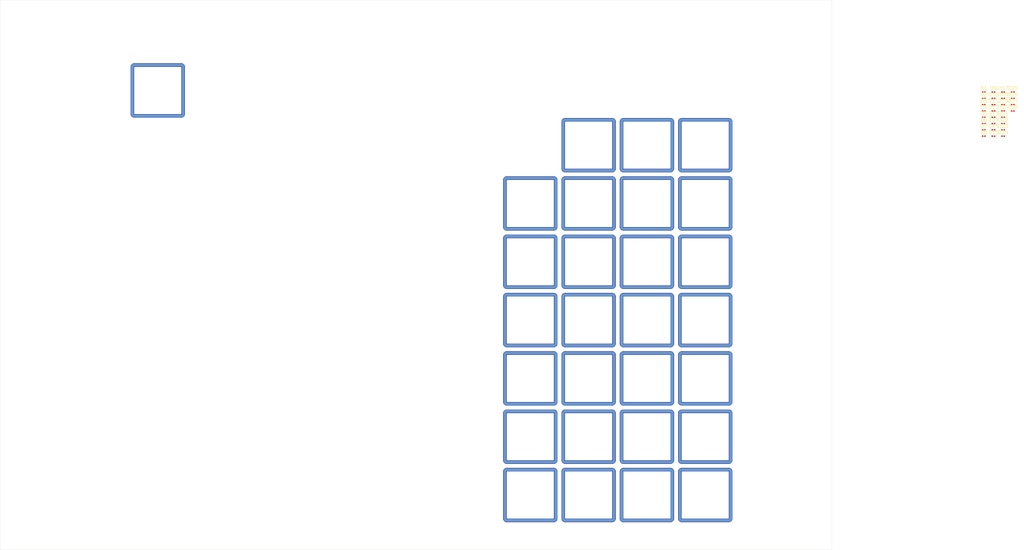
<source format=kicad_pcb>
(kicad_pcb (version 20240108) (generator "pcbnew") (generator_version "8.0")
  (layers (0 "F.Cu" signal) (31 "B.Cu" signal) (34 "B.Paste" user) (35 "F.Paste" user) (36 "B.SilkS" user "B.Silkscreen") (37 "F.SilkS" user "F.Silkscreen") (38 "B.Mask" user) (39 "F.Mask" user) (44 "Edge.Cuts" user))
  (net 0 "")
  (footprint "Diode_SMD:D_0201_0603Metric" (layer "F.Cu") (at 301.27 58.4)
    (property "Reference" "D16" (at 0 -1.05 0) (layer "F.SilkS"))
    (property "Value" "D_Small")
    (pad "1" smd roundrect (at -0.32 0) (size 0.46 0.4) (layers "F.Cu" "F.Mask"))
    (pad "2" smd roundrect (at 0.32 0) (size 0.46 0.4) (layers "F.Cu" "F.Mask"))
  )
  (footprint "lib-zegonix:MX-SW-1u-Plate-Cutout" (layer "F.Cu") (at 205 109.5)
    (property "Reference" "MX18" (hide yes))
    (property "Value" "Cutout")
    (fp_line (start -7.05 6.55) (end -7.05 -6.55) (stroke (width 1)) (layer "F.Cu"))
    (fp_line (start -6.55 -7.05) (end 6.55 -7.05) (stroke (width 1)) (layer "F.Cu"))
    (fp_line (start 6.55 7.05) (end -6.55 7.05) (stroke (width 1)) (layer "F.Cu"))
    (fp_line (start 7.05 -6.55) (end 7.05 6.55) (stroke (width 1)) (layer "F.Cu"))
    (fp_arc (start -7.05 -6.55) (mid -6.903553 -6.903553) (end -6.55 -7.05) (stroke (width 1)) (layer "F.Cu"))
    (fp_arc (start -6.55 7.05) (mid -6.903553 6.903553) (end -7.05 6.55) (stroke (width 1)) (layer "F.Cu"))
    (fp_arc (start 6.55 -7.05) (mid 6.903553 -6.903553) (end 7.05 -6.55) (stroke (width 1)) (layer "F.Cu"))
    (fp_arc (start 7.05 6.55) (mid 6.903553 6.903553) (end 6.55 7.05) (stroke (width 1)) (layer "F.Cu"))
    (fp_line (start -7.05 6.55) (end -7.05 -6.55) (stroke (width 1)) (layer "B.Cu"))
    (fp_line (start -6.55 -7.05) (end 6.55 -7.05) (stroke (width 1)) (layer "B.Cu"))
    (fp_line (start 6.55 7.05) (end -6.55 7.05) (stroke (width 1)) (layer "B.Cu"))
    (fp_line (start 7.05 -6.55) (end 7.05 6.55) (stroke (width 1)) (layer "B.Cu"))
    (fp_arc (start -7.05 -6.55) (mid -6.903553 -6.903553) (end -6.55 -7.05) (stroke (width 1)) (layer "B.Cu"))
    (fp_arc (start -6.55 7.05) (mid -6.903553 6.903553) (end -7.05 6.55) (stroke (width 1)) (layer "B.Cu"))
    (fp_arc (start 6.55 -7.05) (mid 6.903553 -6.903553) (end 7.05 -6.55) (stroke (width 1)) (layer "B.Cu"))
    (fp_arc (start 7.05 6.55) (mid 6.903553 6.903553) (end 6.55 7.05) (stroke (width 1)) (layer "B.Cu"))
    (fp_line (start -7.05 6.55) (end -7.05 -6.55) (stroke (width 0.1)) (layer "Edge.Cuts"))
    (fp_line (start -6.55 -7.05) (end 6.55 -7.05) (stroke (width 0.1)) (layer "Edge.Cuts"))
    (fp_line (start 6.55 7.05) (end -6.55 7.05) (stroke (width 0.1)) (layer "Edge.Cuts"))
    (fp_line (start 7.05 -6.55) (end 7.05 6.55) (stroke (width 0.1)) (layer "Edge.Cuts"))
    (fp_arc (start -7.05 -6.55) (mid -6.903553 -6.903553) (end -6.55 -7.05) (stroke (width 0.1)) (layer "Edge.Cuts"))
    (fp_arc (start -6.55 7.05) (mid -6.903553 6.903553) (end -7.05 6.55) (stroke (width 0.1)) (layer "Edge.Cuts"))
    (fp_arc (start 6.55 -7.05) (mid 6.903553 -6.903553) (end 7.05 -6.55) (stroke (width 0.1)) (layer "Edge.Cuts"))
    (fp_arc (start 7.05 6.55) (mid 6.903553 6.903553) (end 6.55 7.05) (stroke (width 0.1)) (layer "Edge.Cuts"))
  )
  (footprint "lib-zegonix:MX-SW-1u-Plate-Cutout" (layer "F.Cu") (at 172.6 77.1)
    (property "Reference" "MX2" (hide yes))
    (property "Value" "Cutout")
    (fp_line (start -7.05 6.55) (end -7.05 -6.55) (stroke (width 1)) (layer "F.Cu"))
    (fp_line (start -6.55 -7.05) (end 6.55 -7.05) (stroke (width 1)) (layer "F.Cu"))
    (fp_line (start 6.55 7.05) (end -6.55 7.05) (stroke (width 1)) (layer "F.Cu"))
    (fp_line (start 7.05 -6.55) (end 7.05 6.55) (stroke (width 1)) (layer "F.Cu"))
    (fp_arc (start -7.05 -6.55) (mid -6.903553 -6.903553) (end -6.55 -7.05) (stroke (width 1)) (layer "F.Cu"))
    (fp_arc (start -6.55 7.05) (mid -6.903553 6.903553) (end -7.05 6.55) (stroke (width 1)) (layer "F.Cu"))
    (fp_arc (start 6.55 -7.05) (mid 6.903553 -6.903553) (end 7.05 -6.55) (stroke (width 1)) (layer "F.Cu"))
    (fp_arc (start 7.05 6.55) (mid 6.903553 6.903553) (end 6.55 7.05) (stroke (width 1)) (layer "F.Cu"))
    (fp_line (start -7.05 6.55) (end -7.05 -6.55) (stroke (width 1)) (layer "B.Cu"))
    (fp_line (start -6.55 -7.05) (end 6.55 -7.05) (stroke (width 1)) (layer "B.Cu"))
    (fp_line (start 6.55 7.05) (end -6.55 7.05) (stroke (width 1)) (layer "B.Cu"))
    (fp_line (start 7.05 -6.55) (end 7.05 6.55) (stroke (width 1)) (layer "B.Cu"))
    (fp_arc (start -7.05 -6.55) (mid -6.903553 -6.903553) (end -6.55 -7.05) (stroke (width 1)) (layer "B.Cu"))
    (fp_arc (start -6.55 7.05) (mid -6.903553 6.903553) (end -7.05 6.55) (stroke (width 1)) (layer "B.Cu"))
    (fp_arc (start 6.55 -7.05) (mid 6.903553 -6.903553) (end 7.05 -6.55) (stroke (width 1)) (layer "B.Cu"))
    (fp_arc (start 7.05 6.55) (mid 6.903553 6.903553) (end 6.55 7.05) (stroke (width 1)) (layer "B.Cu"))
    (fp_line (start -7.05 6.55) (end -7.05 -6.55) (stroke (width 0.1)) (layer "Edge.Cuts"))
    (fp_line (start -6.55 -7.05) (end 6.55 -7.05) (stroke (width 0.1)) (layer "Edge.Cuts"))
    (fp_line (start 6.55 7.05) (end -6.55 7.05) (stroke (width 0.1)) (layer "Edge.Cuts"))
    (fp_line (start 7.05 -6.55) (end 7.05 6.55) (stroke (width 0.1)) (layer "Edge.Cuts"))
    (fp_arc (start -7.05 -6.55) (mid -6.903553 -6.903553) (end -6.55 -7.05) (stroke (width 0.1)) (layer "Edge.Cuts"))
    (fp_arc (start -6.55 7.05) (mid -6.903553 6.903553) (end -7.05 6.55) (stroke (width 0.1)) (layer "Edge.Cuts"))
    (fp_arc (start 6.55 -7.05) (mid 6.903553 -6.903553) (end 7.05 -6.55) (stroke (width 0.1)) (layer "Edge.Cuts"))
    (fp_arc (start 7.05 6.55) (mid 6.903553 6.903553) (end 6.55 7.05) (stroke (width 0.1)) (layer "Edge.Cuts"))
  )
  (footprint "lib-zegonix:MX-SW-1u-Plate-Cutout" (layer "F.Cu") (at 221.2 109.5)
    (property "Reference" "MX25" (hide yes))
    (property "Value" "Cutout")
    (fp_line (start -7.05 6.55) (end -7.05 -6.55) (stroke (width 1)) (layer "F.Cu"))
    (fp_line (start -6.55 -7.05) (end 6.55 -7.05) (stroke (width 1)) (layer "F.Cu"))
    (fp_line (start 6.55 7.05) (end -6.55 7.05) (stroke (width 1)) (layer "F.Cu"))
    (fp_line (start 7.05 -6.55) (end 7.05 6.55) (stroke (width 1)) (layer "F.Cu"))
    (fp_arc (start -7.05 -6.55) (mid -6.903553 -6.903553) (end -6.55 -7.05) (stroke (width 1)) (layer "F.Cu"))
    (fp_arc (start -6.55 7.05) (mid -6.903553 6.903553) (end -7.05 6.55) (stroke (width 1)) (layer "F.Cu"))
    (fp_arc (start 6.55 -7.05) (mid 6.903553 -6.903553) (end 7.05 -6.55) (stroke (width 1)) (layer "F.Cu"))
    (fp_arc (start 7.05 6.55) (mid 6.903553 6.903553) (end 6.55 7.05) (stroke (width 1)) (layer "F.Cu"))
    (fp_line (start -7.05 6.55) (end -7.05 -6.55) (stroke (width 1)) (layer "B.Cu"))
    (fp_line (start -6.55 -7.05) (end 6.55 -7.05) (stroke (width 1)) (layer "B.Cu"))
    (fp_line (start 6.55 7.05) (end -6.55 7.05) (stroke (width 1)) (layer "B.Cu"))
    (fp_line (start 7.05 -6.55) (end 7.05 6.55) (stroke (width 1)) (layer "B.Cu"))
    (fp_arc (start -7.05 -6.55) (mid -6.903553 -6.903553) (end -6.55 -7.05) (stroke (width 1)) (layer "B.Cu"))
    (fp_arc (start -6.55 7.05) (mid -6.903553 6.903553) (end -7.05 6.55) (stroke (width 1)) (layer "B.Cu"))
    (fp_arc (start 6.55 -7.05) (mid 6.903553 -6.903553) (end 7.05 -6.55) (stroke (width 1)) (layer "B.Cu"))
    (fp_arc (start 7.05 6.55) (mid 6.903553 6.903553) (end 6.55 7.05) (stroke (width 1)) (layer "B.Cu"))
    (fp_line (start -7.05 6.55) (end -7.05 -6.55) (stroke (width 0.1)) (layer "Edge.Cuts"))
    (fp_line (start -6.55 -7.05) (end 6.55 -7.05) (stroke (width 0.1)) (layer "Edge.Cuts"))
    (fp_line (start 6.55 7.05) (end -6.55 7.05) (stroke (width 0.1)) (layer "Edge.Cuts"))
    (fp_line (start 7.05 -6.55) (end 7.05 6.55) (stroke (width 0.1)) (layer "Edge.Cuts"))
    (fp_arc (start -7.05 -6.55) (mid -6.903553 -6.903553) (end -6.55 -7.05) (stroke (width 0.1)) (layer "Edge.Cuts"))
    (fp_arc (start -6.55 7.05) (mid -6.903553 6.903553) (end -7.05 6.55) (stroke (width 0.1)) (layer "Edge.Cuts"))
    (fp_arc (start 6.55 -7.05) (mid 6.903553 -6.903553) (end 7.05 -6.55) (stroke (width 0.1)) (layer "Edge.Cuts"))
    (fp_arc (start 7.05 6.55) (mid 6.903553 6.903553) (end 6.55 7.05) (stroke (width 0.1)) (layer "Edge.Cuts"))
  )
  (footprint "lib-zegonix:MX-SW-1u-Plate-Cutout" (layer "F.Cu") (at 221.2 141.9)
    (property "Reference" "MX27" (hide yes))
    (property "Value" "Cutout")
    (fp_line (start -7.05 6.55) (end -7.05 -6.55) (stroke (width 1)) (layer "F.Cu"))
    (fp_line (start -6.55 -7.05) (end 6.55 -7.05) (stroke (width 1)) (layer "F.Cu"))
    (fp_line (start 6.55 7.05) (end -6.55 7.05) (stroke (width 1)) (layer "F.Cu"))
    (fp_line (start 7.05 -6.55) (end 7.05 6.55) (stroke (width 1)) (layer "F.Cu"))
    (fp_arc (start -7.05 -6.55) (mid -6.903553 -6.903553) (end -6.55 -7.05) (stroke (width 1)) (layer "F.Cu"))
    (fp_arc (start -6.55 7.05) (mid -6.903553 6.903553) (end -7.05 6.55) (stroke (width 1)) (layer "F.Cu"))
    (fp_arc (start 6.55 -7.05) (mid 6.903553 -6.903553) (end 7.05 -6.55) (stroke (width 1)) (layer "F.Cu"))
    (fp_arc (start 7.05 6.55) (mid 6.903553 6.903553) (end 6.55 7.05) (stroke (width 1)) (layer "F.Cu"))
    (fp_line (start -7.05 6.55) (end -7.05 -6.55) (stroke (width 1)) (layer "B.Cu"))
    (fp_line (start -6.55 -7.05) (end 6.55 -7.05) (stroke (width 1)) (layer "B.Cu"))
    (fp_line (start 6.55 7.05) (end -6.55 7.05) (stroke (width 1)) (layer "B.Cu"))
    (fp_line (start 7.05 -6.55) (end 7.05 6.55) (stroke (width 1)) (layer "B.Cu"))
    (fp_arc (start -7.05 -6.55) (mid -6.903553 -6.903553) (end -6.55 -7.05) (stroke (width 1)) (layer "B.Cu"))
    (fp_arc (start -6.55 7.05) (mid -6.903553 6.903553) (end -7.05 6.55) (stroke (width 1)) (layer "B.Cu"))
    (fp_arc (start 6.55 -7.05) (mid 6.903553 -6.903553) (end 7.05 -6.55) (stroke (width 1)) (layer "B.Cu"))
    (fp_arc (start 7.05 6.55) (mid 6.903553 6.903553) (end 6.55 7.05) (stroke (width 1)) (layer "B.Cu"))
    (fp_line (start -7.05 6.55) (end -7.05 -6.55) (stroke (width 0.1)) (layer "Edge.Cuts"))
    (fp_line (start -6.55 -7.05) (end 6.55 -7.05) (stroke (width 0.1)) (layer "Edge.Cuts"))
    (fp_line (start 6.55 7.05) (end -6.55 7.05) (stroke (width 0.1)) (layer "Edge.Cuts"))
    (fp_line (start 7.05 -6.55) (end 7.05 6.55) (stroke (width 0.1)) (layer "Edge.Cuts"))
    (fp_arc (start -7.05 -6.55) (mid -6.903553 -6.903553) (end -6.55 -7.05) (stroke (width 0.1)) (layer "Edge.Cuts"))
    (fp_arc (start -6.55 7.05) (mid -6.903553 6.903553) (end -7.05 6.55) (stroke (width 0.1)) (layer "Edge.Cuts"))
    (fp_arc (start 6.55 -7.05) (mid 6.903553 -6.903553) (end 7.05 -6.55) (stroke (width 0.1)) (layer "Edge.Cuts"))
    (fp_arc (start 7.05 6.55) (mid 6.903553 6.903553) (end 6.55 7.05) (stroke (width 0.1)) (layer "Edge.Cuts"))
  )
  (footprint "lib-zegonix:MX-SW-1u-Plate-Cutout" (layer "F.Cu") (at 188.8 125.7)
    (property "Reference" "MX12" (hide yes))
    (property "Value" "Cutout")
    (fp_line (start -7.05 6.55) (end -7.05 -6.55) (stroke (width 1)) (layer "F.Cu"))
    (fp_line (start -6.55 -7.05) (end 6.55 -7.05) (stroke (width 1)) (layer "F.Cu"))
    (fp_line (start 6.55 7.05) (end -6.55 7.05) (stroke (width 1)) (layer "F.Cu"))
    (fp_line (start 7.05 -6.55) (end 7.05 6.55) (stroke (width 1)) (layer "F.Cu"))
    (fp_arc (start -7.05 -6.55) (mid -6.903553 -6.903553) (end -6.55 -7.05) (stroke (width 1)) (layer "F.Cu"))
    (fp_arc (start -6.55 7.05) (mid -6.903553 6.903553) (end -7.05 6.55) (stroke (width 1)) (layer "F.Cu"))
    (fp_arc (start 6.55 -7.05) (mid 6.903553 -6.903553) (end 7.05 -6.55) (stroke (width 1)) (layer "F.Cu"))
    (fp_arc (start 7.05 6.55) (mid 6.903553 6.903553) (end 6.55 7.05) (stroke (width 1)) (layer "F.Cu"))
    (fp_line (start -7.05 6.55) (end -7.05 -6.55) (stroke (width 1)) (layer "B.Cu"))
    (fp_line (start -6.55 -7.05) (end 6.55 -7.05) (stroke (width 1)) (layer "B.Cu"))
    (fp_line (start 6.55 7.05) (end -6.55 7.05) (stroke (width 1)) (layer "B.Cu"))
    (fp_line (start 7.05 -6.55) (end 7.05 6.55) (stroke (width 1)) (layer "B.Cu"))
    (fp_arc (start -7.05 -6.55) (mid -6.903553 -6.903553) (end -6.55 -7.05) (stroke (width 1)) (layer "B.Cu"))
    (fp_arc (start -6.55 7.05) (mid -6.903553 6.903553) (end -7.05 6.55) (stroke (width 1)) (layer "B.Cu"))
    (fp_arc (start 6.55 -7.05) (mid 6.903553 -6.903553) (end 7.05 -6.55) (stroke (width 1)) (layer "B.Cu"))
    (fp_arc (start 7.05 6.55) (mid 6.903553 6.903553) (end 6.55 7.05) (stroke (width 1)) (layer "B.Cu"))
    (fp_line (start -7.05 6.55) (end -7.05 -6.55) (stroke (width 0.1)) (layer "Edge.Cuts"))
    (fp_line (start -6.55 -7.05) (end 6.55 -7.05) (stroke (width 0.1)) (layer "Edge.Cuts"))
    (fp_line (start 6.55 7.05) (end -6.55 7.05) (stroke (width 0.1)) (layer "Edge.Cuts"))
    (fp_line (start 7.05 -6.55) (end 7.05 6.55) (stroke (width 0.1)) (layer "Edge.Cuts"))
    (fp_arc (start -7.05 -6.55) (mid -6.903553 -6.903553) (end -6.55 -7.05) (stroke (width 0.1)) (layer "Edge.Cuts"))
    (fp_arc (start -6.55 7.05) (mid -6.903553 6.903553) (end -7.05 6.55) (stroke (width 0.1)) (layer "Edge.Cuts"))
    (fp_arc (start 6.55 -7.05) (mid 6.903553 -6.903553) (end 7.05 -6.55) (stroke (width 0.1)) (layer "Edge.Cuts"))
    (fp_arc (start 7.05 6.55) (mid 6.903553 6.903553) (end 6.55 7.05) (stroke (width 0.1)) (layer "Edge.Cuts"))
  )
  (footprint "Diode_SMD:D_0201_0603Metric" (layer "F.Cu") (at 303.955 47.9)
    (property "Reference" "D18" (at 0 -1.05 0) (layer "F.SilkS"))
    (property "Value" "D_Small")
    (pad "1" smd roundrect (at -0.32 0) (size 0.46 0.4) (layers "F.Cu" "F.Mask"))
    (pad "2" smd roundrect (at 0.32 0) (size 0.46 0.4) (layers "F.Cu" "F.Mask"))
  )
  (footprint "Diode_SMD:D_0201_0603Metric" (layer "F.Cu") (at 303.955 53.15)
    (property "Reference" "D21" (at 0 -1.05 0) (layer "F.SilkS"))
    (property "Value" "D_Small")
    (pad "1" smd roundrect (at -0.32 0) (size 0.46 0.4) (layers "F.Cu" "F.Mask"))
    (pad "2" smd roundrect (at 0.32 0) (size 0.46 0.4) (layers "F.Cu" "F.Mask"))
  )
  (footprint "lib-zegonix:MX-SW-1u-Plate-Cutout" (layer "F.Cu") (at 188.8 109.5)
    (property "Reference" "MX11" (hide yes))
    (property "Value" "Cutout")
    (fp_line (start -7.05 6.55) (end -7.05 -6.55) (stroke (width 1)) (layer "F.Cu"))
    (fp_line (start -6.55 -7.05) (end 6.55 -7.05) (stroke (width 1)) (layer "F.Cu"))
    (fp_line (start 6.55 7.05) (end -6.55 7.05) (stroke (width 1)) (layer "F.Cu"))
    (fp_line (start 7.05 -6.55) (end 7.05 6.55) (stroke (width 1)) (layer "F.Cu"))
    (fp_arc (start -7.05 -6.55) (mid -6.903553 -6.903553) (end -6.55 -7.05) (stroke (width 1)) (layer "F.Cu"))
    (fp_arc (start -6.55 7.05) (mid -6.903553 6.903553) (end -7.05 6.55) (stroke (width 1)) (layer "F.Cu"))
    (fp_arc (start 6.55 -7.05) (mid 6.903553 -6.903553) (end 7.05 -6.55) (stroke (width 1)) (layer "F.Cu"))
    (fp_arc (start 7.05 6.55) (mid 6.903553 6.903553) (end 6.55 7.05) (stroke (width 1)) (layer "F.Cu"))
    (fp_line (start -7.05 6.55) (end -7.05 -6.55) (stroke (width 1)) (layer "B.Cu"))
    (fp_line (start -6.55 -7.05) (end 6.55 -7.05) (stroke (width 1)) (layer "B.Cu"))
    (fp_line (start 6.55 7.05) (end -6.55 7.05) (stroke (width 1)) (layer "B.Cu"))
    (fp_line (start 7.05 -6.55) (end 7.05 6.55) (stroke (width 1)) (layer "B.Cu"))
    (fp_arc (start -7.05 -6.55) (mid -6.903553 -6.903553) (end -6.55 -7.05) (stroke (width 1)) (layer "B.Cu"))
    (fp_arc (start -6.55 7.05) (mid -6.903553 6.903553) (end -7.05 6.55) (stroke (width 1)) (layer "B.Cu"))
    (fp_arc (start 6.55 -7.05) (mid 6.903553 -6.903553) (end 7.05 -6.55) (stroke (width 1)) (layer "B.Cu"))
    (fp_arc (start 7.05 6.55) (mid 6.903553 6.903553) (end 6.55 7.05) (stroke (width 1)) (layer "B.Cu"))
    (fp_line (start -7.05 6.55) (end -7.05 -6.55) (stroke (width 0.1)) (layer "Edge.Cuts"))
    (fp_line (start -6.55 -7.05) (end 6.55 -7.05) (stroke (width 0.1)) (layer "Edge.Cuts"))
    (fp_line (start 6.55 7.05) (end -6.55 7.05) (stroke (width 0.1)) (layer "Edge.Cuts"))
    (fp_line (start 7.05 -6.55) (end 7.05 6.55) (stroke (width 0.1)) (layer "Edge.Cuts"))
    (fp_arc (start -7.05 -6.55) (mid -6.903553 -6.903553) (end -6.55 -7.05) (stroke (width 0.1)) (layer "Edge.Cuts"))
    (fp_arc (start -6.55 7.05) (mid -6.903553 6.903553) (end -7.05 6.55) (stroke (width 0.1)) (layer "Edge.Cuts"))
    (fp_arc (start 6.55 -7.05) (mid 6.903553 -6.903553) (end 7.05 -6.55) (stroke (width 0.1)) (layer "Edge.Cuts"))
    (fp_arc (start 7.05 6.55) (mid 6.903553 6.903553) (end 6.55 7.05) (stroke (width 0.1)) (layer "Edge.Cuts"))
  )
  (footprint "Diode_SMD:D_0201_0603Metric" (layer "F.Cu") (at 306.64 51.4)
    (property "Reference" "D28" (at 0 -1.05 0) (layer "F.SilkS"))
    (property "Value" "D_Small")
    (pad "1" smd roundrect (at -0.32 0) (size 0.46 0.4) (layers "F.Cu" "F.Mask"))
    (pad "2" smd roundrect (at 0.32 0) (size 0.46 0.4) (layers "F.Cu" "F.Mask"))
  )
  (footprint "Diode_SMD:D_0201_0603Metric" (layer "F.Cu") (at 306.64 47.9)
    (property "Reference" "D26" (at 0 -1.05 0) (layer "F.SilkS"))
    (property "Value" "D_Small")
    (pad "1" smd roundrect (at -0.32 0) (size 0.46 0.4) (layers "F.Cu" "F.Mask"))
    (pad "2" smd roundrect (at 0.32 0) (size 0.46 0.4) (layers "F.Cu" "F.Mask"))
  )
  (footprint "Diode_SMD:D_0201_0603Metric" (layer "F.Cu") (at 298.585 53.15)
    (property "Reference" "D5" (at 0 -1.05 0) (layer "F.SilkS"))
    (property "Value" "D_Small")
    (pad "1" smd roundrect (at -0.32 0) (size 0.46 0.4) (layers "F.Cu" "F.Mask"))
    (pad "2" smd roundrect (at 0.32 0) (size 0.46 0.4) (layers "F.Cu" "F.Mask"))
  )
  (footprint "Diode_SMD:D_0201_0603Metric" (layer "F.Cu") (at 303.955 58.4)
    (property "Reference" "D24" (at 0 -1.05 0) (layer "F.SilkS"))
    (property "Value" "D_Small")
    (pad "1" smd roundrect (at -0.32 0) (size 0.46 0.4) (layers "F.Cu" "F.Mask"))
    (pad "2" smd roundrect (at 0.32 0) (size 0.46 0.4) (layers "F.Cu" "F.Mask"))
  )
  (footprint "Diode_SMD:D_0201_0603Metric" (layer "F.Cu") (at 298.585 47.9)
    (property "Reference" "D2" (at 0 -1.05 0) (layer "F.SilkS"))
    (property "Value" "D_Small")
    (pad "1" smd roundrect (at -0.32 0) (size 0.46 0.4) (layers "F.Cu" "F.Mask"))
    (pad "2" smd roundrect (at 0.32 0) (size 0.46 0.4) (layers "F.Cu" "F.Mask"))
  )
  (footprint "Diode_SMD:D_0201_0603Metric" (layer "F.Cu") (at 301.27 53.15)
    (property "Reference" "D13" (at 0 -1.05 0) (layer "F.SilkS"))
    (property "Value" "D_Small")
    (pad "1" smd roundrect (at -0.32 0) (size 0.46 0.4) (layers "F.Cu" "F.Mask"))
    (pad "2" smd roundrect (at 0.32 0) (size 0.46 0.4) (layers "F.Cu" "F.Mask"))
  )
  (footprint "Diode_SMD:D_0201_0603Metric" (layer "F.Cu") (at 303.955 56.65)
    (property "Reference" "D23" (at 0 -1.05 0) (layer "F.SilkS"))
    (property "Value" "D_Small")
    (pad "1" smd roundrect (at -0.32 0) (size 0.46 0.4) (layers "F.Cu" "F.Mask"))
    (pad "2" smd roundrect (at 0.32 0) (size 0.46 0.4) (layers "F.Cu" "F.Mask"))
  )
  (footprint "Diode_SMD:D_0201_0603Metric" (layer "F.Cu") (at 298.585 58.4)
    (property "Reference" "D8" (at 0 -1.05 0) (layer "F.SilkS"))
    (property "Value" "D_Small")
    (pad "1" smd roundrect (at -0.32 0) (size 0.46 0.4) (layers "F.Cu" "F.Mask"))
    (pad "2" smd roundrect (at 0.32 0) (size 0.46 0.4) (layers "F.Cu" "F.Mask"))
  )
  (footprint "Diode_SMD:D_0201_0603Metric" (layer "F.Cu") (at 303.955 46.15)
    (property "Reference" "D17" (at 0 -1.05 0) (layer "F.SilkS"))
    (property "Value" "D_Small")
    (pad "1" smd roundrect (at -0.32 0) (size 0.46 0.4) (layers "F.Cu" "F.Mask"))
    (pad "2" smd roundrect (at 0.32 0) (size 0.46 0.4) (layers "F.Cu" "F.Mask"))
  )
  (footprint "Diode_SMD:D_0201_0603Metric" (layer "F.Cu") (at 301.27 51.4)
    (property "Reference" "D12" (at 0 -1.05 0) (layer "F.SilkS"))
    (property "Value" "D_Small")
    (pad "1" smd roundrect (at -0.32 0) (size 0.46 0.4) (layers "F.Cu" "F.Mask"))
    (pad "2" smd roundrect (at 0.32 0) (size 0.46 0.4) (layers "F.Cu" "F.Mask"))
  )
  (footprint "lib-zegonix:MX-SW-1u-Plate-Cutout" (layer "F.Cu") (at 221.2 158.1)
    (property "Reference" "MX28" (hide yes))
    (property "Value" "Cutout")
    (fp_line (start -7.05 6.55) (end -7.05 -6.55) (stroke (width 1)) (layer "F.Cu"))
    (fp_line (start -6.55 -7.05) (end 6.55 -7.05) (stroke (width 1)) (layer "F.Cu"))
    (fp_line (start 6.55 7.05) (end -6.55 7.05) (stroke (width 1)) (layer "F.Cu"))
    (fp_line (start 7.05 -6.55) (end 7.05 6.55) (stroke (width 1)) (layer "F.Cu"))
    (fp_arc (start -7.05 -6.55) (mid -6.903553 -6.903553) (end -6.55 -7.05) (stroke (width 1)) (layer "F.Cu"))
    (fp_arc (start -6.55 7.05) (mid -6.903553 6.903553) (end -7.05 6.55) (stroke (width 1)) (layer "F.Cu"))
    (fp_arc (start 6.55 -7.05) (mid 6.903553 -6.903553) (end 7.05 -6.55) (stroke (width 1)) (layer "F.Cu"))
    (fp_arc (start 7.05 6.55) (mid 6.903553 6.903553) (end 6.55 7.05) (stroke (width 1)) (layer "F.Cu"))
    (fp_line (start -7.05 6.55) (end -7.05 -6.55) (stroke (width 1)) (layer "B.Cu"))
    (fp_line (start -6.55 -7.05) (end 6.55 -7.05) (stroke (width 1)) (layer "B.Cu"))
    (fp_line (start 6.55 7.05) (end -6.55 7.05) (stroke (width 1)) (layer "B.Cu"))
    (fp_line (start 7.05 -6.55) (end 7.05 6.55) (stroke (width 1)) (layer "B.Cu"))
    (fp_arc (start -7.05 -6.55) (mid -6.903553 -6.903553) (end -6.55 -7.05) (stroke (width 1)) (layer "B.Cu"))
    (fp_arc (start -6.55 7.05) (mid -6.903553 6.903553) (end -7.05 6.55) (stroke (width 1)) (layer "B.Cu"))
    (fp_arc (start 6.55 -7.05) (mid 6.903553 -6.903553) (end 7.05 -6.55) (stroke (width 1)) (layer "B.Cu"))
    (fp_arc (start 7.05 6.55) (mid 6.903553 6.903553) (end 6.55 7.05) (stroke (width 1)) (layer "B.Cu"))
    (fp_line (start -7.05 6.55) (end -7.05 -6.55) (stroke (width 0.1)) (layer "Edge.Cuts"))
    (fp_line (start -6.55 -7.05) (end 6.55 -7.05) (stroke (width 0.1)) (layer "Edge.Cuts"))
    (fp_line (start 6.55 7.05) (end -6.55 7.05) (stroke (width 0.1)) (layer "Edge.Cuts"))
    (fp_line (start 7.05 -6.55) (end 7.05 6.55) (stroke (width 0.1)) (layer "Edge.Cuts"))
    (fp_arc (start -7.05 -6.55) (mid -6.903553 -6.903553) (end -6.55 -7.05) (stroke (width 0.1)) (layer "Edge.Cuts"))
    (fp_arc (start -6.55 7.05) (mid -6.903553 6.903553) (end -7.05 6.55) (stroke (width 0.1)) (layer "Edge.Cuts"))
    (fp_arc (start 6.55 -7.05) (mid 6.903553 -6.903553) (end 7.05 -6.55) (stroke (width 0.1)) (layer "Edge.Cuts"))
    (fp_arc (start 7.05 6.55) (mid 6.903553 6.903553) (end 6.55 7.05) (stroke (width 0.1)) (layer "Edge.Cuts"))
  )
  (footprint "lib-zegonix:MX-SW-1u-Plate-Cutout" (layer "F.Cu") (at 172.6 125.7)
    (property "Reference" "MX5" (hide yes))
    (property "Value" "Cutout")
    (fp_line (start -7.05 6.55) (end -7.05 -6.55) (stroke (width 1)) (layer "F.Cu"))
    (fp_line (start -6.55 -7.05) (end 6.55 -7.05) (stroke (width 1)) (layer "F.Cu"))
    (fp_line (start 6.55 7.05) (end -6.55 7.05) (stroke (width 1)) (layer "F.Cu"))
    (fp_line (start 7.05 -6.55) (end 7.05 6.55) (stroke (width 1)) (layer "F.Cu"))
    (fp_arc (start -7.05 -6.55) (mid -6.903553 -6.903553) (end -6.55 -7.05) (stroke (width 1)) (layer "F.Cu"))
    (fp_arc (start -6.55 7.05) (mid -6.903553 6.903553) (end -7.05 6.55) (stroke (width 1)) (layer "F.Cu"))
    (fp_arc (start 6.55 -7.05) (mid 6.903553 -6.903553) (end 7.05 -6.55) (stroke (width 1)) (layer "F.Cu"))
    (fp_arc (start 7.05 6.55) (mid 6.903553 6.903553) (end 6.55 7.05) (stroke (width 1)) (layer "F.Cu"))
    (fp_line (start -7.05 6.55) (end -7.05 -6.55) (stroke (width 1)) (layer "B.Cu"))
    (fp_line (start -6.55 -7.05) (end 6.55 -7.05) (stroke (width 1)) (layer "B.Cu"))
    (fp_line (start 6.55 7.05) (end -6.55 7.05) (stroke (width 1)) (layer "B.Cu"))
    (fp_line (start 7.05 -6.55) (end 7.05 6.55) (stroke (width 1)) (layer "B.Cu"))
    (fp_arc (start -7.05 -6.55) (mid -6.903553 -6.903553) (end -6.55 -7.05) (stroke (width 1)) (layer "B.Cu"))
    (fp_arc (start -6.55 7.05) (mid -6.903553 6.903553) (end -7.05 6.55) (stroke (width 1)) (layer "B.Cu"))
    (fp_arc (start 6.55 -7.05) (mid 6.903553 -6.903553) (end 7.05 -6.55) (stroke (width 1)) (layer "B.Cu"))
    (fp_arc (start 7.05 6.55) (mid 6.903553 6.903553) (end 6.55 7.05) (stroke (width 1)) (layer "B.Cu"))
    (fp_line (start -7.05 6.55) (end -7.05 -6.55) (stroke (width 0.1)) (layer "Edge.Cuts"))
    (fp_line (start -6.55 -7.05) (end 6.55 -7.05) (stroke (width 0.1)) (layer "Edge.Cuts"))
    (fp_line (start 6.55 7.05) (end -6.55 7.05) (stroke (width 0.1)) (layer "Edge.Cuts"))
    (fp_line (start 7.05 -6.55) (end 7.05 6.55) (stroke (width 0.1)) (layer "Edge.Cuts"))
    (fp_arc (start -7.05 -6.55) (mid -6.903553 -6.903553) (end -6.55 -7.05) (stroke (width 0.1)) (layer "Edge.Cuts"))
    (fp_arc (start -6.55 7.05) (mid -6.903553 6.903553) (end -7.05 6.55) (stroke (width 0.1)) (layer "Edge.Cuts"))
    (fp_arc (start 6.55 -7.05) (mid 6.903553 -6.903553) (end 7.05 -6.55) (stroke (width 0.1)) (layer "Edge.Cuts"))
    (fp_arc (start 7.05 6.55) (mid 6.903553 6.903553) (end 6.55 7.05) (stroke (width 0.1)) (layer "Edge.Cuts"))
  )
  (footprint "Diode_SMD:D_0201_0603Metric" (layer "F.Cu") (at 298.585 46.15)
    (property "Reference" "D1" (at 0 -1.05 0) (layer "F.SilkS"))
    (property "Value" "D_Small")
    (pad "1" smd roundrect (at -0.32 0) (size 0.46 0.4) (layers "F.Cu" "F.Mask"))
    (pad "2" smd roundrect (at 0.32 0) (size 0.46 0.4) (layers "F.Cu" "F.Mask"))
  )
  (footprint "lib-zegonix:MX-SW-1u-Plate-Cutout" (layer "F.Cu") (at 188.8 77.1)
    (property "Reference" "MX9" (hide yes))
    (property "Value" "Cutout")
    (fp_line (start -7.05 6.55) (end -7.05 -6.55) (stroke (width 1)) (layer "F.Cu"))
    (fp_line (start -6.55 -7.05) (end 6.55 -7.05) (stroke (width 1)) (layer "F.Cu"))
    (fp_line (start 6.55 7.05) (end -6.55 7.05) (stroke (width 1)) (layer "F.Cu"))
    (fp_line (start 7.05 -6.55) (end 7.05 6.55) (stroke (width 1)) (layer "F.Cu"))
    (fp_arc (start -7.05 -6.55) (mid -6.903553 -6.903553) (end -6.55 -7.05) (stroke (width 1)) (layer "F.Cu"))
    (fp_arc (start -6.55 7.05) (mid -6.903553 6.903553) (end -7.05 6.55) (stroke (width 1)) (layer "F.Cu"))
    (fp_arc (start 6.55 -7.05) (mid 6.903553 -6.903553) (end 7.05 -6.55) (stroke (width 1)) (layer "F.Cu"))
    (fp_arc (start 7.05 6.55) (mid 6.903553 6.903553) (end 6.55 7.05) (stroke (width 1)) (layer "F.Cu"))
    (fp_line (start -7.05 6.55) (end -7.05 -6.55) (stroke (width 1)) (layer "B.Cu"))
    (fp_line (start -6.55 -7.05) (end 6.55 -7.05) (stroke (width 1)) (layer "B.Cu"))
    (fp_line (start 6.55 7.05) (end -6.55 7.05) (stroke (width 1)) (layer "B.Cu"))
    (fp_line (start 7.05 -6.55) (end 7.05 6.55) (stroke (width 1)) (layer "B.Cu"))
    (fp_arc (start -7.05 -6.55) (mid -6.903553 -6.903553) (end -6.55 -7.05) (stroke (width 1)) (layer "B.Cu"))
    (fp_arc (start -6.55 7.05) (mid -6.903553 6.903553) (end -7.05 6.55) (stroke (width 1)) (layer "B.Cu"))
    (fp_arc (start 6.55 -7.05) (mid 6.903553 -6.903553) (end 7.05 -6.55) (stroke (width 1)) (layer "B.Cu"))
    (fp_arc (start 7.05 6.55) (mid 6.903553 6.903553) (end 6.55 7.05) (stroke (width 1)) (layer "B.Cu"))
    (fp_line (start -7.05 6.55) (end -7.05 -6.55) (stroke (width 0.1)) (layer "Edge.Cuts"))
    (fp_line (start -6.55 -7.05) (end 6.55 -7.05) (stroke (width 0.1)) (layer "Edge.Cuts"))
    (fp_line (start 6.55 7.05) (end -6.55 7.05) (stroke (width 0.1)) (layer "Edge.Cuts"))
    (fp_line (start 7.05 -6.55) (end 7.05 6.55) (stroke (width 0.1)) (layer "Edge.Cuts"))
    (fp_arc (start -7.05 -6.55) (mid -6.903553 -6.903553) (end -6.55 -7.05) (stroke (width 0.1)) (layer "Edge.Cuts"))
    (fp_arc (start -6.55 7.05) (mid -6.903553 6.903553) (end -7.05 6.55) (stroke (width 0.1)) (layer "Edge.Cuts"))
    (fp_arc (start 6.55 -7.05) (mid 6.903553 -6.903553) (end 7.05 -6.55) (stroke (width 0.1)) (layer "Edge.Cuts"))
    (fp_arc (start 7.05 6.55) (mid 6.903553 6.903553) (end 6.55 7.05) (stroke (width 0.1)) (layer "Edge.Cuts"))
  )
  (footprint "lib-zegonix:MX-SW-1u-Plate-Cutout" (layer "F.Cu") (at 205 93.3)
    (property "Reference" "MX17" (hide yes))
    (property "Value" "Cutout")
    (fp_line (start -7.05 6.55) (end -7.05 -6.55) (stroke (width 1)) (layer "F.Cu"))
    (fp_line (start -6.55 -7.05) (end 6.55 -7.05) (stroke (width 1)) (layer "F.Cu"))
    (fp_line (start 6.55 7.05) (end -6.55 7.05) (stroke (width 1)) (layer "F.Cu"))
    (fp_line (start 7.05 -6.55) (end 7.05 6.55) (stroke (width 1)) (layer "F.Cu"))
    (fp_arc (start -7.05 -6.55) (mid -6.903553 -6.903553) (end -6.55 -7.05) (stroke (width 1)) (layer "F.Cu"))
    (fp_arc (start -6.55 7.05) (mid -6.903553 6.903553) (end -7.05 6.55) (stroke (width 1)) (layer "F.Cu"))
    (fp_arc (start 6.55 -7.05) (mid 6.903553 -6.903553) (end 7.05 -6.55) (stroke (width 1)) (layer "F.Cu"))
    (fp_arc (start 7.05 6.55) (mid 6.903553 6.903553) (end 6.55 7.05) (stroke (width 1)) (layer "F.Cu"))
    (fp_line (start -7.05 6.55) (end -7.05 -6.55) (stroke (width 1)) (layer "B.Cu"))
    (fp_line (start -6.55 -7.05) (end 6.55 -7.05) (stroke (width 1)) (layer "B.Cu"))
    (fp_line (start 6.55 7.05) (end -6.55 7.05) (stroke (width 1)) (layer "B.Cu"))
    (fp_line (start 7.05 -6.55) (end 7.05 6.55) (stroke (width 1)) (layer "B.Cu"))
    (fp_arc (start -7.05 -6.55) (mid -6.903553 -6.903553) (end -6.55 -7.05) (stroke (width 1)) (layer "B.Cu"))
    (fp_arc (start -6.55 7.05) (mid -6.903553 6.903553) (end -7.05 6.55) (stroke (width 1)) (layer "B.Cu"))
    (fp_arc (start 6.55 -7.05) (mid 6.903553 -6.903553) (end 7.05 -6.55) (stroke (width 1)) (layer "B.Cu"))
    (fp_arc (start 7.05 6.55) (mid 6.903553 6.903553) (end 6.55 7.05) (stroke (width 1)) (layer "B.Cu"))
    (fp_line (start -7.05 6.55) (end -7.05 -6.55) (stroke (width 0.1)) (layer "Edge.Cuts"))
    (fp_line (start -6.55 -7.05) (end 6.55 -7.05) (stroke (width 0.1)) (layer "Edge.Cuts"))
    (fp_line (start 6.55 7.05) (end -6.55 7.05) (stroke (width 0.1)) (layer "Edge.Cuts"))
    (fp_line (start 7.05 -6.55) (end 7.05 6.55) (stroke (width 0.1)) (layer "Edge.Cuts"))
    (fp_arc (start -7.05 -6.55) (mid -6.903553 -6.903553) (end -6.55 -7.05) (stroke (width 0.1)) (layer "Edge.Cuts"))
    (fp_arc (start -6.55 7.05) (mid -6.903553 6.903553) (end -7.05 6.55) (stroke (width 0.1)) (layer "Edge.Cuts"))
    (fp_arc (start 6.55 -7.05) (mid 6.903553 -6.903553) (end 7.05 -6.55) (stroke (width 0.1)) (layer "Edge.Cuts"))
    (fp_arc (start 7.05 6.55) (mid 6.903553 6.903553) (end 6.55 7.05) (stroke (width 0.1)) (layer "Edge.Cuts"))
  )
  (footprint "Diode_SMD:D_0201_0603Metric" (layer "F.Cu") (at 303.955 49.65)
    (property "Reference" "D19" (at 0 -1.05 0) (layer "F.SilkS"))
    (property "Value" "D_Small")
    (pad "1" smd roundrect (at -0.32 0) (size 0.46 0.4) (layers "F.Cu" "F.Mask"))
    (pad "2" smd roundrect (at 0.32 0) (size 0.46 0.4) (layers "F.Cu" "F.Mask"))
  )
  (footprint "Diode_SMD:D_0201_0603Metric" (layer "F.Cu") (at 301.27 47.9)
    (property "Reference" "D10" (at 0 -1.05 0) (layer "F.SilkS"))
    (property "Value" "D_Small")
    (pad "1" smd roundrect (at -0.32 0) (size 0.46 0.4) (layers "F.Cu" "F.Mask"))
    (pad "2" smd roundrect (at 0.32 0) (size 0.46 0.4) (layers "F.Cu" "F.Mask"))
  )
  (footprint "Diode_SMD:D_0201_0603Metric" (layer "F.Cu") (at 301.27 54.9)
    (property "Reference" "D14" (at 0 -1.05 0) (layer "F.SilkS"))
    (property "Value" "D_Small")
    (pad "1" smd roundrect (at -0.32 0) (size 0.46 0.4) (layers "F.Cu" "F.Mask"))
    (pad "2" smd roundrect (at 0.32 0) (size 0.46 0.4) (layers "F.Cu" "F.Mask"))
  )
  (footprint "lib-zegonix:MX-SW-1u-Plate-Cutout" (layer "F.Cu") (at 205 141.9)
    (property "Reference" "MX20" (hide yes))
    (property "Value" "Cutout")
    (fp_line (start -7.05 6.55) (end -7.05 -6.55) (stroke (width 1)) (layer "F.Cu"))
    (fp_line (start -6.55 -7.05) (end 6.55 -7.05) (stroke (width 1)) (layer "F.Cu"))
    (fp_line (start 6.55 7.05) (end -6.55 7.05) (stroke (width 1)) (layer "F.Cu"))
    (fp_line (start 7.05 -6.55) (end 7.05 6.55) (stroke (width 1)) (layer "F.Cu"))
    (fp_arc (start -7.05 -6.55) (mid -6.903553 -6.903553) (end -6.55 -7.05) (stroke (width 1)) (layer "F.Cu"))
    (fp_arc (start -6.55 7.05) (mid -6.903553 6.903553) (end -7.05 6.55) (stroke (width 1)) (layer "F.Cu"))
    (fp_arc (start 6.55 -7.05) (mid 6.903553 -6.903553) (end 7.05 -6.55) (stroke (width 1)) (layer "F.Cu"))
    (fp_arc (start 7.05 6.55) (mid 6.903553 6.903553) (end 6.55 7.05) (stroke (width 1)) (layer "F.Cu"))
    (fp_line (start -7.05 6.55) (end -7.05 -6.55) (stroke (width 1)) (layer "B.Cu"))
    (fp_line (start -6.55 -7.05) (end 6.55 -7.05) (stroke (width 1)) (layer "B.Cu"))
    (fp_line (start 6.55 7.05) (end -6.55 7.05) (stroke (width 1)) (layer "B.Cu"))
    (fp_line (start 7.05 -6.55) (end 7.05 6.55) (stroke (width 1)) (layer "B.Cu"))
    (fp_arc (start -7.05 -6.55) (mid -6.903553 -6.903553) (end -6.55 -7.05) (stroke (width 1)) (layer "B.Cu"))
    (fp_arc (start -6.55 7.05) (mid -6.903553 6.903553) (end -7.05 6.55) (stroke (width 1)) (layer "B.Cu"))
    (fp_arc (start 6.55 -7.05) (mid 6.903553 -6.903553) (end 7.05 -6.55) (stroke (width 1)) (layer "B.Cu"))
    (fp_arc (start 7.05 6.55) (mid 6.903553 6.903553) (end 6.55 7.05) (stroke (width 1)) (layer "B.Cu"))
    (fp_line (start -7.05 6.55) (end -7.05 -6.55) (stroke (width 0.1)) (layer "Edge.Cuts"))
    (fp_line (start -6.55 -7.05) (end 6.55 -7.05) (stroke (width 0.1)) (layer "Edge.Cuts"))
    (fp_line (start 6.55 7.05) (end -6.55 7.05) (stroke (width 0.1)) (layer "Edge.Cuts"))
    (fp_line (start 7.05 -6.55) (end 7.05 6.55) (stroke (width 0.1)) (layer "Edge.Cuts"))
    (fp_arc (start -7.05 -6.55) (mid -6.903553 -6.903553) (end -6.55 -7.05) (stroke (width 0.1)) (layer "Edge.Cuts"))
    (fp_arc (start -6.55 7.05) (mid -6.903553 6.903553) (end -7.05 6.55) (stroke (width 0.1)) (layer "Edge.Cuts"))
    (fp_arc (start 6.55 -7.05) (mid 6.903553 -6.903553) (end 7.05 -6.55) (stroke (width 0.1)) (layer "Edge.Cuts"))
    (fp_arc (start 7.05 6.55) (mid 6.903553 6.903553) (end 6.55 7.05) (stroke (width 0.1)) (layer "Edge.Cuts"))
  )
  (footprint "Diode_SMD:D_0201_0603Metric" (layer "F.Cu") (at 301.27 49.65)
    (property "Reference" "D11" (at 0 -1.05 0) (layer "F.SilkS"))
    (property "Value" "D_Small")
    (pad "1" smd roundrect (at -0.32 0) (size 0.46 0.4) (layers "F.Cu" "F.Mask"))
    (pad "2" smd roundrect (at 0.32 0) (size 0.46 0.4) (layers "F.Cu" "F.Mask"))
  )
  (footprint "lib-zegonix:MX-SW-1u-Plate-Cutout" (layer "F.Cu") (at 221.2 125.7)
    (property "Reference" "MX26" (hide yes))
    (property "Value" "Cutout")
    (fp_line (start -7.05 6.55) (end -7.05 -6.55) (stroke (width 1)) (layer "F.Cu"))
    (fp_line (start -6.55 -7.05) (end 6.55 -7.05) (stroke (width 1)) (layer "F.Cu"))
    (fp_line (start 6.55 7.05) (end -6.55 7.05) (stroke (width 1)) (layer "F.Cu"))
    (fp_line (start 7.05 -6.55) (end 7.05 6.55) (stroke (width 1)) (layer "F.Cu"))
    (fp_arc (start -7.05 -6.55) (mid -6.903553 -6.903553) (end -6.55 -7.05) (stroke (width 1)) (layer "F.Cu"))
    (fp_arc (start -6.55 7.05) (mid -6.903553 6.903553) (end -7.05 6.55) (stroke (width 1)) (layer "F.Cu"))
    (fp_arc (start 6.55 -7.05) (mid 6.903553 -6.903553) (end 7.05 -6.55) (stroke (width 1)) (layer "F.Cu"))
    (fp_arc (start 7.05 6.55) (mid 6.903553 6.903553) (end 6.55 7.05) (stroke (width 1)) (layer "F.Cu"))
    (fp_line (start -7.05 6.55) (end -7.05 -6.55) (stroke (width 1)) (layer "B.Cu"))
    (fp_line (start -6.55 -7.05) (end 6.55 -7.05) (stroke (width 1)) (layer "B.Cu"))
    (fp_line (start 6.55 7.05) (end -6.55 7.05) (stroke (width 1)) (layer "B.Cu"))
    (fp_line (start 7.05 -6.55) (end 7.05 6.55) (stroke (width 1)) (layer "B.Cu"))
    (fp_arc (start -7.05 -6.55) (mid -6.903553 -6.903553) (end -6.55 -7.05) (stroke (width 1)) (layer "B.Cu"))
    (fp_arc (start -6.55 7.05) (mid -6.903553 6.903553) (end -7.05 6.55) (stroke (width 1)) (layer "B.Cu"))
    (fp_arc (start 6.55 -7.05) (mid 6.903553 -6.903553) (end 7.05 -6.55) (stroke (width 1)) (layer "B.Cu"))
    (fp_arc (start 7.05 6.55) (mid 6.903553 6.903553) (end 6.55 7.05) (stroke (width 1)) (layer "B.Cu"))
    (fp_line (start -7.05 6.55) (end -7.05 -6.55) (stroke (width 0.1)) (layer "Edge.Cuts"))
    (fp_line (start -6.55 -7.05) (end 6.55 -7.05) (stroke (width 0.1)) (layer "Edge.Cuts"))
    (fp_line (start 6.55 7.05) (end -6.55 7.05) (stroke (width 0.1)) (layer "Edge.Cuts"))
    (fp_line (start 7.05 -6.55) (end 7.05 6.55) (stroke (width 0.1)) (layer "Edge.Cuts"))
    (fp_arc (start -7.05 -6.55) (mid -6.903553 -6.903553) (end -6.55 -7.05) (stroke (width 0.1)) (layer "Edge.Cuts"))
    (fp_arc (start -6.55 7.05) (mid -6.903553 6.903553) (end -7.05 6.55) (stroke (width 0.1)) (layer "Edge.Cuts"))
    (fp_arc (start 6.55 -7.05) (mid 6.903553 -6.903553) (end 7.05 -6.55) (stroke (width 0.1)) (layer "Edge.Cuts"))
    (fp_arc (start 7.05 6.55) (mid 6.903553 6.903553) (end 6.55 7.05) (stroke (width 0.1)) (layer "Edge.Cuts"))
  )
  (footprint "Diode_SMD:D_0201_0603Metric" (layer "F.Cu") (at 298.585 51.4)
    (property "Reference" "D4" (at 0 -1.05 0) (layer "F.SilkS"))
    (property "Value" "D_Small")
    (pad "1" smd roundrect (at -0.32 0) (size 0.46 0.4) (layers "F.Cu" "F.Mask"))
    (pad "2" smd roundrect (at 0.32 0) (size 0.46 0.4) (layers "F.Cu" "F.Mask"))
  )
  (footprint "Diode_SMD:D_0201_0603Metric" (layer "F.Cu") (at 306.64 49.65)
    (property "Reference" "D27" (at 0 -1.05 0) (layer "F.SilkS"))
    (property "Value" "D_Small")
    (pad "1" smd roundrect (at -0.32 0) (size 0.46 0.4) (layers "F.Cu" "F.Mask"))
    (pad "2" smd roundrect (at 0.32 0) (size 0.46 0.4) (layers "F.Cu" "F.Mask"))
  )
  (footprint "Diode_SMD:D_0201_0603Metric" (layer "F.Cu") (at 298.585 54.9)
    (property "Reference" "D6" (at 0 -1.05 0) (layer "F.SilkS"))
    (property "Value" "D_Small")
    (pad "1" smd roundrect (at -0.32 0) (size 0.46 0.4) (layers "F.Cu" "F.Mask"))
    (pad "2" smd roundrect (at 0.32 0) (size 0.46 0.4) (layers "F.Cu" "F.Mask"))
  )
  (footprint "Diode_SMD:D_0201_0603Metric" (layer "F.Cu") (at 298.585 49.65)
    (property "Reference" "D3" (at 0 -1.05 0) (layer "F.SilkS"))
    (property "Value" "D_Small")
    (pad "1" smd roundrect (at -0.32 0) (size 0.46 0.4) (layers "F.Cu" "F.Mask"))
    (pad "2" smd roundrect (at 0.32 0) (size 0.46 0.4) (layers "F.Cu" "F.Mask"))
  )
  (footprint "lib-zegonix:MX-SW-1u-Plate-Cutout" (layer "F.Cu") (at 172.6 109.5)
    (property "Reference" "MX4" (hide yes))
    (property "Value" "Cutout")
    (fp_line (start -7.05 6.55) (end -7.05 -6.55) (stroke (width 1)) (layer "F.Cu"))
    (fp_line (start -6.55 -7.05) (end 6.55 -7.05) (stroke (width 1)) (layer "F.Cu"))
    (fp_line (start 6.55 7.05) (end -6.55 7.05) (stroke (width 1)) (layer "F.Cu"))
    (fp_line (start 7.05 -6.55) (end 7.05 6.55) (stroke (width 1)) (layer "F.Cu"))
    (fp_arc (start -7.05 -6.55) (mid -6.903553 -6.903553) (end -6.55 -7.05) (stroke (width 1)) (layer "F.Cu"))
    (fp_arc (start -6.55 7.05) (mid -6.903553 6.903553) (end -7.05 6.55) (stroke (width 1)) (layer "F.Cu"))
    (fp_arc (start 6.55 -7.05) (mid 6.903553 -6.903553) (end 7.05 -6.55) (stroke (width 1)) (layer "F.Cu"))
    (fp_arc (start 7.05 6.55) (mid 6.903553 6.903553) (end 6.55 7.05) (stroke (width 1)) (layer "F.Cu"))
    (fp_line (start -7.05 6.55) (end -7.05 -6.55) (stroke (width 1)) (layer "B.Cu"))
    (fp_line (start -6.55 -7.05) (end 6.55 -7.05) (stroke (width 1)) (layer "B.Cu"))
    (fp_line (start 6.55 7.05) (end -6.55 7.05) (stroke (width 1)) (layer "B.Cu"))
    (fp_line (start 7.05 -6.55) (end 7.05 6.55) (stroke (width 1)) (layer "B.Cu"))
    (fp_arc (start -7.05 -6.55) (mid -6.903553 -6.903553) (end -6.55 -7.05) (stroke (width 1)) (layer "B.Cu"))
    (fp_arc (start -6.55 7.05) (mid -6.903553 6.903553) (end -7.05 6.55) (stroke (width 1)) (layer "B.Cu"))
    (fp_arc (start 6.55 -7.05) (mid 6.903553 -6.903553) (end 7.05 -6.55) (stroke (width 1)) (layer "B.Cu"))
    (fp_arc (start 7.05 6.55) (mid 6.903553 6.903553) (end 6.55 7.05) (stroke (width 1)) (layer "B.Cu"))
    (fp_line (start -7.05 6.55) (end -7.05 -6.55) (stroke (width 0.1)) (layer "Edge.Cuts"))
    (fp_line (start -6.55 -7.05) (end 6.55 -7.05) (stroke (width 0.1)) (layer "Edge.Cuts"))
    (fp_line (start 6.55 7.05) (end -6.55 7.05) (stroke (width 0.1)) (layer "Edge.Cuts"))
    (fp_line (start 7.05 -6.55) (end 7.05 6.55) (stroke (width 0.1)) (layer "Edge.Cuts"))
    (fp_arc (start -7.05 -6.55) (mid -6.903553 -6.903553) (end -6.55 -7.05) (stroke (width 0.1)) (layer "Edge.Cuts"))
    (fp_arc (start -6.55 7.05) (mid -6.903553 6.903553) (end -7.05 6.55) (stroke (width 0.1)) (layer "Edge.Cuts"))
    (fp_arc (start 6.55 -7.05) (mid 6.903553 -6.903553) (end 7.05 -6.55) (stroke (width 0.1)) (layer "Edge.Cuts"))
    (fp_arc (start 7.05 6.55) (mid 6.903553 6.903553) (end 6.55 7.05) (stroke (width 0.1)) (layer "Edge.Cuts"))
  )
  (footprint "Diode_SMD:D_0201_0603Metric" (layer "F.Cu") (at 303.955 54.9)
    (property "Reference" "D22" (at 0 -1.05 0) (layer "F.SilkS"))
    (property "Value" "D_Small")
    (pad "1" smd roundrect (at -0.32 0) (size 0.46 0.4) (layers "F.Cu" "F.Mask"))
    (pad "2" smd roundrect (at 0.32 0) (size 0.46 0.4) (layers "F.Cu" "F.Mask"))
  )
  (footprint "lib-zegonix:MX-SW-1u-Plate-Cutout" (layer "F.Cu") (at 188.8 158.1)
    (property "Reference" "MX14" (hide yes))
    (property "Value" "Cutout")
    (fp_line (start -7.05 6.55) (end -7.05 -6.55) (stroke (width 1)) (layer "F.Cu"))
    (fp_line (start -6.55 -7.05) (end 6.55 -7.05) (stroke (width 1)) (layer "F.Cu"))
    (fp_line (start 6.55 7.05) (end -6.55 7.05) (stroke (width 1)) (layer "F.Cu"))
    (fp_line (start 7.05 -6.55) (end 7.05 6.55) (stroke (width 1)) (layer "F.Cu"))
    (fp_arc (start -7.05 -6.55) (mid -6.903553 -6.903553) (end -6.55 -7.05) (stroke (width 1)) (layer "F.Cu"))
    (fp_arc (start -6.55 7.05) (mid -6.903553 6.903553) (end -7.05 6.55) (stroke (width 1)) (layer "F.Cu"))
    (fp_arc (start 6.55 -7.05) (mid 6.903553 -6.903553) (end 7.05 -6.55) (stroke (width 1)) (layer "F.Cu"))
    (fp_arc (start 7.05 6.55) (mid 6.903553 6.903553) (end 6.55 7.05) (stroke (width 1)) (layer "F.Cu"))
    (fp_line (start -7.05 6.55) (end -7.05 -6.55) (stroke (width 1)) (layer "B.Cu"))
    (fp_line (start -6.55 -7.05) (end 6.55 -7.05) (stroke (width 1)) (layer "B.Cu"))
    (fp_line (start 6.55 7.05) (end -6.55 7.05) (stroke (width 1)) (layer "B.Cu"))
    (fp_line (start 7.05 -6.55) (end 7.05 6.55) (stroke (width 1)) (layer "B.Cu"))
    (fp_arc (start -7.05 -6.55) (mid -6.903553 -6.903553) (end -6.55 -7.05) (stroke (width 1)) (layer "B.Cu"))
    (fp_arc (start -6.55 7.05) (mid -6.903553 6.903553) (end -7.05 6.55) (stroke (width 1)) (layer "B.Cu"))
    (fp_arc (start 6.55 -7.05) (mid 6.903553 -6.903553) (end 7.05 -6.55) (stroke (width 1)) (layer "B.Cu"))
    (fp_arc (start 7.05 6.55) (mid 6.903553 6.903553) (end 6.55 7.05) (stroke (width 1)) (layer "B.Cu"))
    (fp_line (start -7.05 6.55) (end -7.05 -6.55) (stroke (width 0.1)) (layer "Edge.Cuts"))
    (fp_line (start -6.55 -7.05) (end 6.55 -7.05) (stroke (width 0.1)) (layer "Edge.Cuts"))
    (fp_line (start 6.55 7.05) (end -6.55 7.05) (stroke (width 0.1)) (layer "Edge.Cuts"))
    (fp_line (start 7.05 -6.55) (end 7.05 6.55) (stroke (width 0.1)) (layer "Edge.Cuts"))
    (fp_arc (start -7.05 -6.55) (mid -6.903553 -6.903553) (end -6.55 -7.05) (stroke (width 0.1)) (layer "Edge.Cuts"))
    (fp_arc (start -6.55 7.05) (mid -6.903553 6.903553) (end -7.05 6.55) (stroke (width 0.1)) (layer "Edge.Cuts"))
    (fp_arc (start 6.55 -7.05) (mid 6.903553 -6.903553) (end 7.05 -6.55) (stroke (width 0.1)) (layer "Edge.Cuts"))
    (fp_arc (start 7.05 6.55) (mid 6.903553 6.903553) (end 6.55 7.05) (stroke (width 0.1)) (layer "Edge.Cuts"))
  )
  (footprint "lib-zegonix:MX-SW-1u-Plate-Cutout" (layer "F.Cu") (at 221.2 93.3)
    (property "Reference" "MX24" (hide yes))
    (property "Value" "Cutout")
    (fp_line (start -7.05 6.55) (end -7.05 -6.55) (stroke (width 1)) (layer "F.Cu"))
    (fp_line (start -6.55 -7.05) (end 6.55 -7.05) (stroke (width 1)) (layer "F.Cu"))
    (fp_line (start 6.55 7.05) (end -6.55 7.05) (stroke (width 1)) (layer "F.Cu"))
    (fp_line (start 7.05 -6.55) (end 7.05 6.55) (stroke (width 1)) (layer "F.Cu"))
    (fp_arc (start -7.05 -6.55) (mid -6.903553 -6.903553) (end -6.55 -7.05) (stroke (width 1)) (layer "F.Cu"))
    (fp_arc (start -6.55 7.05) (mid -6.903553 6.903553) (end -7.05 6.55) (stroke (width 1)) (layer "F.Cu"))
    (fp_arc (start 6.55 -7.05) (mid 6.903553 -6.903553) (end 7.05 -6.55) (stroke (width 1)) (layer "F.Cu"))
    (fp_arc (start 7.05 6.55) (mid 6.903553 6.903553) (end 6.55 7.05) (stroke (width 1)) (layer "F.Cu"))
    (fp_line (start -7.05 6.55) (end -7.05 -6.55) (stroke (width 1)) (layer "B.Cu"))
    (fp_line (start -6.55 -7.05) (end 6.55 -7.05) (stroke (width 1)) (layer "B.Cu"))
    (fp_line (start 6.55 7.05) (end -6.55 7.05) (stroke (width 1)) (layer "B.Cu"))
    (fp_line (start 7.05 -6.55) (end 7.05 6.55) (stroke (width 1)) (layer "B.Cu"))
    (fp_arc (start -7.05 -6.55) (mid -6.903553 -6.903553) (end -6.55 -7.05) (stroke (width 1)) (layer "B.Cu"))
    (fp_arc (start -6.55 7.05) (mid -6.903553 6.903553) (end -7.05 6.55) (stroke (width 1)) (layer "B.Cu"))
    (fp_arc (start 6.55 -7.05) (mid 6.903553 -6.903553) (end 7.05 -6.55) (stroke (width 1)) (layer "B.Cu"))
    (fp_arc (start 7.05 6.55) (mid 6.903553 6.903553) (end 6.55 7.05) (stroke (width 1)) (layer "B.Cu"))
    (fp_line (start -7.05 6.55) (end -7.05 -6.55) (stroke (width 0.1)) (layer "Edge.Cuts"))
    (fp_line (start -6.55 -7.05) (end 6.55 -7.05) (stroke (width 0.1)) (layer "Edge.Cuts"))
    (fp_line (start 6.55 7.05) (end -6.55 7.05) (stroke (width 0.1)) (layer "Edge.Cuts"))
    (fp_line (start 7.05 -6.55) (end 7.05 6.55) (stroke (width 0.1)) (layer "Edge.Cuts"))
    (fp_arc (start -7.05 -6.55) (mid -6.903553 -6.903553) (end -6.55 -7.05) (stroke (width 0.1)) (layer "Edge.Cuts"))
    (fp_arc (start -6.55 7.05) (mid -6.903553 6.903553) (end -7.05 6.55) (stroke (width 0.1)) (layer "Edge.Cuts"))
    (fp_arc (start 6.55 -7.05) (mid 6.903553 -6.903553) (end 7.05 -6.55) (stroke (width 0.1)) (layer "Edge.Cuts"))
    (fp_arc (start 7.05 6.55) (mid 6.903553 6.903553) (end 6.55 7.05) (stroke (width 0.1)) (layer "Edge.Cuts"))
  )
  (footprint "lib-zegonix:MX-SW-1u-Plate-Cutout" (layer "F.Cu") (at 205 125.7)
    (property "Reference" "MX19" (hide yes))
    (property "Value" "Cutout")
    (fp_line (start -7.05 6.55) (end -7.05 -6.55) (stroke (width 1)) (layer "F.Cu"))
    (fp_line (start -6.55 -7.05) (end 6.55 -7.05) (stroke (width 1)) (layer "F.Cu"))
    (fp_line (start 6.55 7.05) (end -6.55 7.05) (stroke (width 1)) (layer "F.Cu"))
    (fp_line (start 7.05 -6.55) (end 7.05 6.55) (stroke (width 1)) (layer "F.Cu"))
    (fp_arc (start -7.05 -6.55) (mid -6.903553 -6.903553) (end -6.55 -7.05) (stroke (width 1)) (layer "F.Cu"))
    (fp_arc (start -6.55 7.05) (mid -6.903553 6.903553) (end -7.05 6.55) (stroke (width 1)) (layer "F.Cu"))
    (fp_arc (start 6.55 -7.05) (mid 6.903553 -6.903553) (end 7.05 -6.55) (stroke (width 1)) (layer "F.Cu"))
    (fp_arc (start 7.05 6.55) (mid 6.903553 6.903553) (end 6.55 7.05) (stroke (width 1)) (layer "F.Cu"))
    (fp_line (start -7.05 6.55) (end -7.05 -6.55) (stroke (width 1)) (layer "B.Cu"))
    (fp_line (start -6.55 -7.05) (end 6.55 -7.05) (stroke (width 1)) (layer "B.Cu"))
    (fp_line (start 6.55 7.05) (end -6.55 7.05) (stroke (width 1)) (layer "B.Cu"))
    (fp_line (start 7.05 -6.55) (end 7.05 6.55) (stroke (width 1)) (layer "B.Cu"))
    (fp_arc (start -7.05 -6.55) (mid -6.903553 -6.903553) (end -6.55 -7.05) (stroke (width 1)) (layer "B.Cu"))
    (fp_arc (start -6.55 7.05) (mid -6.903553 6.903553) (end -7.05 6.55) (stroke (width 1)) (layer "B.Cu"))
    (fp_arc (start 6.55 -7.05) (mid 6.903553 -6.903553) (end 7.05 -6.55) (stroke (width 1)) (layer "B.Cu"))
    (fp_arc (start 7.05 6.55) (mid 6.903553 6.903553) (end 6.55 7.05) (stroke (width 1)) (layer "B.Cu"))
    (fp_line (start -7.05 6.55) (end -7.05 -6.55) (stroke (width 0.1)) (layer "Edge.Cuts"))
    (fp_line (start -6.55 -7.05) (end 6.55 -7.05) (stroke (width 0.1)) (layer "Edge.Cuts"))
    (fp_line (start 6.55 7.05) (end -6.55 7.05) (stroke (width 0.1)) (layer "Edge.Cuts"))
    (fp_line (start 7.05 -6.55) (end 7.05 6.55) (stroke (width 0.1)) (layer "Edge.Cuts"))
    (fp_arc (start -7.05 -6.55) (mid -6.903553 -6.903553) (end -6.55 -7.05) (stroke (width 0.1)) (layer "Edge.Cuts"))
    (fp_arc (start -6.55 7.05) (mid -6.903553 6.903553) (end -7.05 6.55) (stroke (width 0.1)) (layer "Edge.Cuts"))
    (fp_arc (start 6.55 -7.05) (mid 6.903553 -6.903553) (end 7.05 -6.55) (stroke (width 0.1)) (layer "Edge.Cuts"))
    (fp_arc (start 7.05 6.55) (mid 6.903553 6.903553) (end 6.55 7.05) (stroke (width 0.1)) (layer "Edge.Cuts"))
  )
  (footprint "lib-zegonix:MX-SW-1u-Plate-Cutout" (layer "F.Cu") (at 69.1 45.7)
    (property "Reference" "MX1" (hide yes))
    (property "Value" "Cutout")
    (fp_line (start -7.05 6.55) (end -7.05 -6.55) (stroke (width 1)) (layer "F.Cu"))
    (fp_line (start -6.55 -7.05) (end 6.55 -7.05) (stroke (width 1)) (layer "F.Cu"))
    (fp_line (start 6.55 7.05) (end -6.55 7.05) (stroke (width 1)) (layer "F.Cu"))
    (fp_line (start 7.05 -6.55) (end 7.05 6.55) (stroke (width 1)) (layer "F.Cu"))
    (fp_arc (start -7.05 -6.55) (mid -6.903553 -6.903553) (end -6.55 -7.05) (stroke (width 1)) (layer "F.Cu"))
    (fp_arc (start -6.55 7.05) (mid -6.903553 6.903553) (end -7.05 6.55) (stroke (width 1)) (layer "F.Cu"))
    (fp_arc (start 6.55 -7.05) (mid 6.903553 -6.903553) (end 7.05 -6.55) (stroke (width 1)) (layer "F.Cu"))
    (fp_arc (start 7.05 6.55) (mid 6.903553 6.903553) (end 6.55 7.05) (stroke (width 1)) (layer "F.Cu"))
    (fp_line (start -7.05 6.55) (end -7.05 -6.55) (stroke (width 1)) (layer "B.Cu"))
    (fp_line (start -6.55 -7.05) (end 6.55 -7.05) (stroke (width 1)) (layer "B.Cu"))
    (fp_line (start 6.55 7.05) (end -6.55 7.05) (stroke (width 1)) (layer "B.Cu"))
    (fp_line (start 7.05 -6.55) (end 7.05 6.55) (stroke (width 1)) (layer "B.Cu"))
    (fp_arc (start -7.05 -6.55) (mid -6.903553 -6.903553) (end -6.55 -7.05) (stroke (width 1)) (layer "B.Cu"))
    (fp_arc (start -6.55 7.05) (mid -6.903553 6.903553) (end -7.05 6.55) (stroke (width 1)) (layer "B.Cu"))
    (fp_arc (start 6.55 -7.05) (mid 6.903553 -6.903553) (end 7.05 -6.55) (stroke (width 1)) (layer "B.Cu"))
    (fp_arc (start 7.05 6.55) (mid 6.903553 6.903553) (end 6.55 7.05) (stroke (width 1)) (layer "B.Cu"))
    (fp_line (start -7.05 6.55) (end -7.05 -6.55) (stroke (width 0.1)) (layer "Edge.Cuts"))
    (fp_line (start -6.55 -7.05) (end 6.55 -7.05) (stroke (width 0.1)) (layer "Edge.Cuts"))
    (fp_line (start 6.55 7.05) (end -6.55 7.05) (stroke (width 0.1)) (layer "Edge.Cuts"))
    (fp_line (start 7.05 -6.55) (end 7.05 6.55) (stroke (width 0.1)) (layer "Edge.Cuts"))
    (fp_arc (start -7.05 -6.55) (mid -6.903553 -6.903553) (end -6.55 -7.05) (stroke (width 0.1)) (layer "Edge.Cuts"))
    (fp_arc (start -6.55 7.05) (mid -6.903553 6.903553) (end -7.05 6.55) (stroke (width 0.1)) (layer "Edge.Cuts"))
    (fp_arc (start 6.55 -7.05) (mid 6.903553 -6.903553) (end 7.05 -6.55) (stroke (width 0.1)) (layer "Edge.Cuts"))
    (fp_arc (start 7.05 6.55) (mid 6.903553 6.903553) (end 6.55 7.05) (stroke (width 0.1)) (layer "Edge.Cuts"))
  )
  (footprint "Diode_SMD:D_0201_0603Metric" (layer "F.Cu") (at 303.955 51.4)
    (property "Reference" "D20" (at 0 -1.05 0) (layer "F.SilkS"))
    (property "Value" "D_Small")
    (pad "1" smd roundrect (at -0.32 0) (size 0.46 0.4) (layers "F.Cu" "F.Mask"))
    (pad "2" smd roundrect (at 0.32 0) (size 0.46 0.4) (layers "F.Cu" "F.Mask"))
  )
  (footprint "lib-zegonix:MX-SW-1u-Plate-Cutout" (layer "F.Cu") (at 205 158.1)
    (property "Reference" "MX21" (hide yes))
    (property "Value" "Cutout")
    (fp_line (start -7.05 6.55) (end -7.05 -6.55) (stroke (width 1)) (layer "F.Cu"))
    (fp_line (start -6.55 -7.05) (end 6.55 -7.05) (stroke (width 1)) (layer "F.Cu"))
    (fp_line (start 6.55 7.05) (end -6.55 7.05) (stroke (width 1)) (layer "F.Cu"))
    (fp_line (start 7.05 -6.55) (end 7.05 6.55) (stroke (width 1)) (layer "F.Cu"))
    (fp_arc (start -7.05 -6.55) (mid -6.903553 -6.903553) (end -6.55 -7.05) (stroke (width 1)) (layer "F.Cu"))
    (fp_arc (start -6.55 7.05) (mid -6.903553 6.903553) (end -7.05 6.55) (stroke (width 1)) (layer "F.Cu"))
    (fp_arc (start 6.55 -7.05) (mid 6.903553 -6.903553) (end 7.05 -6.55) (stroke (width 1)) (layer "F.Cu"))
    (fp_arc (start 7.05 6.55) (mid 6.903553 6.903553) (end 6.55 7.05) (stroke (width 1)) (layer "F.Cu"))
    (fp_line (start -7.05 6.55) (end -7.05 -6.55) (stroke (width 1)) (layer "B.Cu"))
    (fp_line (start -6.55 -7.05) (end 6.55 -7.05) (stroke (width 1)) (layer "B.Cu"))
    (fp_line (start 6.55 7.05) (end -6.55 7.05) (stroke (width 1)) (layer "B.Cu"))
    (fp_line (start 7.05 -6.55) (end 7.05 6.55) (stroke (width 1)) (layer "B.Cu"))
    (fp_arc (start -7.05 -6.55) (mid -6.903553 -6.903553) (end -6.55 -7.05) (stroke (width 1)) (layer "B.Cu"))
    (fp_arc (start -6.55 7.05) (mid -6.903553 6.903553) (end -7.05 6.55) (stroke (width 1)) (layer "B.Cu"))
    (fp_arc (start 6.55 -7.05) (mid 6.903553 -6.903553) (end 7.05 -6.55) (stroke (width 1)) (layer "B.Cu"))
    (fp_arc (start 7.05 6.55) (mid 6.903553 6.903553) (end 6.55 7.05) (stroke (width 1)) (layer "B.Cu"))
    (fp_line (start -7.05 6.55) (end -7.05 -6.55) (stroke (width 0.1)) (layer "Edge.Cuts"))
    (fp_line (start -6.55 -7.05) (end 6.55 -7.05) (stroke (width 0.1)) (layer "Edge.Cuts"))
    (fp_line (start 6.55 7.05) (end -6.55 7.05) (stroke (width 0.1)) (layer "Edge.Cuts"))
    (fp_line (start 7.05 -6.55) (end 7.05 6.55) (stroke (width 0.1)) (layer "Edge.Cuts"))
    (fp_arc (start -7.05 -6.55) (mid -6.903553 -6.903553) (end -6.55 -7.05) (stroke (width 0.1)) (layer "Edge.Cuts"))
    (fp_arc (start -6.55 7.05) (mid -6.903553 6.903553) (end -7.05 6.55) (stroke (width 0.1)) (layer "Edge.Cuts"))
    (fp_arc (start 6.55 -7.05) (mid 6.903553 -6.903553) (end 7.05 -6.55) (stroke (width 0.1)) (layer "Edge.Cuts"))
    (fp_arc (start 7.05 6.55) (mid 6.903553 6.903553) (end 6.55 7.05) (stroke (width 0.1)) (layer "Edge.Cuts"))
  )
  (footprint "Diode_SMD:D_0201_0603Metric" (layer "F.Cu") (at 306.64 46.15)
    (property "Reference" "D25" (at 0 -1.05 0) (layer "F.SilkS"))
    (property "Value" "D_Small")
    (pad "1" smd roundrect (at -0.32 0) (size 0.46 0.4) (layers "F.Cu" "F.Mask"))
    (pad "2" smd roundrect (at 0.32 0) (size 0.46 0.4) (layers "F.Cu" "F.Mask"))
  )
  (footprint "lib-zegonix:MX-SW-1u-Plate-Cutout" (layer "F.Cu") (at 188.8 93.3)
    (property "Reference" "MX10" (hide yes))
    (property "Value" "Cutout")
    (fp_line (start -7.05 6.55) (end -7.05 -6.55) (stroke (width 1)) (layer "F.Cu"))
    (fp_line (start -6.55 -7.05) (end 6.55 -7.05) (stroke (width 1)) (layer "F.Cu"))
    (fp_line (start 6.55 7.05) (end -6.55 7.05) (stroke (width 1)) (layer "F.Cu"))
    (fp_line (start 7.05 -6.55) (end 7.05 6.55) (stroke (width 1)) (layer "F.Cu"))
    (fp_arc (start -7.05 -6.55) (mid -6.903553 -6.903553) (end -6.55 -7.05) (stroke (width 1)) (layer "F.Cu"))
    (fp_arc (start -6.55 7.05) (mid -6.903553 6.903553) (end -7.05 6.55) (stroke (width 1)) (layer "F.Cu"))
    (fp_arc (start 6.55 -7.05) (mid 6.903553 -6.903553) (end 7.05 -6.55) (stroke (width 1)) (layer "F.Cu"))
    (fp_arc (start 7.05 6.55) (mid 6.903553 6.903553) (end 6.55 7.05) (stroke (width 1)) (layer "F.Cu"))
    (fp_line (start -7.05 6.55) (end -7.05 -6.55) (stroke (width 1)) (layer "B.Cu"))
    (fp_line (start -6.55 -7.05) (end 6.55 -7.05) (stroke (width 1)) (layer "B.Cu"))
    (fp_line (start 6.55 7.05) (end -6.55 7.05) (stroke (width 1)) (layer "B.Cu"))
    (fp_line (start 7.05 -6.55) (end 7.05 6.55) (stroke (width 1)) (layer "B.Cu"))
    (fp_arc (start -7.05 -6.55) (mid -6.903553 -6.903553) (end -6.55 -7.05) (stroke (width 1)) (layer "B.Cu"))
    (fp_arc (start -6.55 7.05) (mid -6.903553 6.903553) (end -7.05 6.55) (stroke (width 1)) (layer "B.Cu"))
    (fp_arc (start 6.55 -7.05) (mid 6.903553 -6.903553) (end 7.05 -6.55) (stroke (width 1)) (layer "B.Cu"))
    (fp_arc (start 7.05 6.55) (mid 6.903553 6.903553) (end 6.55 7.05) (stroke (width 1)) (layer "B.Cu"))
    (fp_line (start -7.05 6.55) (end -7.05 -6.55) (stroke (width 0.1)) (layer "Edge.Cuts"))
    (fp_line (start -6.55 -7.05) (end 6.55 -7.05) (stroke (width 0.1)) (layer "Edge.Cuts"))
    (fp_line (start 6.55 7.05) (end -6.55 7.05) (stroke (width 0.1)) (layer "Edge.Cuts"))
    (fp_line (start 7.05 -6.55) (end 7.05 6.55) (stroke (width 0.1)) (layer "Edge.Cuts"))
    (fp_arc (start -7.05 -6.55) (mid -6.903553 -6.903553) (end -6.55 -7.05) (stroke (width 0.1)) (layer "Edge.Cuts"))
    (fp_arc (start -6.55 7.05) (mid -6.903553 6.903553) (end -7.05 6.55) (stroke (width 0.1)) (layer "Edge.Cuts"))
    (fp_arc (start 6.55 -7.05) (mid 6.903553 -6.903553) (end 7.05 -6.55) (stroke (width 0.1)) (layer "Edge.Cuts"))
    (fp_arc (start 7.05 6.55) (mid 6.903553 6.903553) (end 6.55 7.05) (stroke (width 0.1)) (layer "Edge.Cuts"))
  )
  (footprint "lib-zegonix:MX-SW-1u-Plate-Cutout" (layer "F.Cu") (at 188.8 60.9)
    (property "Reference" "MX8" (hide yes))
    (property "Value" "Cutout")
    (fp_line (start -7.05 6.55) (end -7.05 -6.55) (stroke (width 1)) (layer "F.Cu"))
    (fp_line (start -6.55 -7.05) (end 6.55 -7.05) (stroke (width 1)) (layer "F.Cu"))
    (fp_line (start 6.55 7.05) (end -6.55 7.05) (stroke (width 1)) (layer "F.Cu"))
    (fp_line (start 7.05 -6.55) (end 7.05 6.55) (stroke (width 1)) (layer "F.Cu"))
    (fp_arc (start -7.05 -6.55) (mid -6.903553 -6.903553) (end -6.55 -7.05) (stroke (width 1)) (layer "F.Cu"))
    (fp_arc (start -6.55 7.05) (mid -6.903553 6.903553) (end -7.05 6.55) (stroke (width 1)) (layer "F.Cu"))
    (fp_arc (start 6.55 -7.05) (mid 6.903553 -6.903553) (end 7.05 -6.55) (stroke (width 1)) (layer "F.Cu"))
    (fp_arc (start 7.05 6.55) (mid 6.903553 6.903553) (end 6.55 7.05) (stroke (width 1)) (layer "F.Cu"))
    (fp_line (start -7.05 6.55) (end -7.05 -6.55) (stroke (width 1)) (layer "B.Cu"))
    (fp_line (start -6.55 -7.05) (end 6.55 -7.05) (stroke (width 1)) (layer "B.Cu"))
    (fp_line (start 6.55 7.05) (end -6.55 7.05) (stroke (width 1)) (layer "B.Cu"))
    (fp_line (start 7.05 -6.55) (end 7.05 6.55) (stroke (width 1)) (layer "B.Cu"))
    (fp_arc (start -7.05 -6.55) (mid -6.903553 -6.903553) (end -6.55 -7.05) (stroke (width 1)) (layer "B.Cu"))
    (fp_arc (start -6.55 7.05) (mid -6.903553 6.903553) (end -7.05 6.55) (stroke (width 1)) (layer "B.Cu"))
    (fp_arc (start 6.55 -7.05) (mid 6.903553 -6.903553) (end 7.05 -6.55) (stroke (width 1)) (layer "B.Cu"))
    (fp_arc (start 7.05 6.55) (mid 6.903553 6.903553) (end 6.55 7.05) (stroke (width 1)) (layer "B.Cu"))
    (fp_line (start -7.05 6.55) (end -7.05 -6.55) (stroke (width 0.1)) (layer "Edge.Cuts"))
    (fp_line (start -6.55 -7.05) (end 6.55 -7.05) (stroke (width 0.1)) (layer "Edge.Cuts"))
    (fp_line (start 6.55 7.05) (end -6.55 7.05) (stroke (width 0.1)) (layer "Edge.Cuts"))
    (fp_line (start 7.05 -6.55) (end 7.05 6.55) (stroke (width 0.1)) (layer "Edge.Cuts"))
    (fp_arc (start -7.05 -6.55) (mid -6.903553 -6.903553) (end -6.55 -7.05) (stroke (width 0.1)) (layer "Edge.Cuts"))
    (fp_arc (start -6.55 7.05) (mid -6.903553 6.903553) (end -7.05 6.55) (stroke (width 0.1)) (layer "Edge.Cuts"))
    (fp_arc (start 6.55 -7.05) (mid 6.903553 -6.903553) (end 7.05 -6.55) (stroke (width 0.1)) (layer "Edge.Cuts"))
    (fp_arc (start 7.05 6.55) (mid 6.903553 6.903553) (end 6.55 7.05) (stroke (width 0.1)) (layer "Edge.Cuts"))
  )
  (footprint "Diode_SMD:D_0201_0603Metric" (layer "F.Cu") (at 301.27 46.15)
    (property "Reference" "D9" (at 0 -1.05 0) (layer "F.SilkS"))
    (property "Value" "D_Small")
    (pad "1" smd roundrect (at -0.32 0) (size 0.46 0.4) (layers "F.Cu" "F.Mask"))
    (pad "2" smd roundrect (at 0.32 0) (size 0.46 0.4) (layers "F.Cu" "F.Mask"))
  )
  (footprint "lib-zegonix:MX-SW-1u-Plate-Cutout" (layer "F.Cu") (at 205 60.9)
    (property "Reference" "MX15" (hide yes))
    (property "Value" "Cutout")
    (fp_line (start -7.05 6.55) (end -7.05 -6.55) (stroke (width 1)) (layer "F.Cu"))
    (fp_line (start -6.55 -7.05) (end 6.55 -7.05) (stroke (width 1)) (layer "F.Cu"))
    (fp_line (start 6.55 7.05) (end -6.55 7.05) (stroke (width 1)) (layer "F.Cu"))
    (fp_line (start 7.05 -6.55) (end 7.05 6.55) (stroke (width 1)) (layer "F.Cu"))
    (fp_arc (start -7.05 -6.55) (mid -6.903553 -6.903553) (end -6.55 -7.05) (stroke (width 1)) (layer "F.Cu"))
    (fp_arc (start -6.55 7.05) (mid -6.903553 6.903553) (end -7.05 6.55) (stroke (width 1)) (layer "F.Cu"))
    (fp_arc (start 6.55 -7.05) (mid 6.903553 -6.903553) (end 7.05 -6.55) (stroke (width 1)) (layer "F.Cu"))
    (fp_arc (start 7.05 6.55) (mid 6.903553 6.903553) (end 6.55 7.05) (stroke (width 1)) (layer "F.Cu"))
    (fp_line (start -7.05 6.55) (end -7.05 -6.55) (stroke (width 1)) (layer "B.Cu"))
    (fp_line (start -6.55 -7.05) (end 6.55 -7.05) (stroke (width 1)) (layer "B.Cu"))
    (fp_line (start 6.55 7.05) (end -6.55 7.05) (stroke (width 1)) (layer "B.Cu"))
    (fp_line (start 7.05 -6.55) (end 7.05 6.55) (stroke (width 1)) (layer "B.Cu"))
    (fp_arc (start -7.05 -6.55) (mid -6.903553 -6.903553) (end -6.55 -7.05) (stroke (width 1)) (layer "B.Cu"))
    (fp_arc (start -6.55 7.05) (mid -6.903553 6.903553) (end -7.05 6.55) (stroke (width 1)) (layer "B.Cu"))
    (fp_arc (start 6.55 -7.05) (mid 6.903553 -6.903553) (end 7.05 -6.55) (stroke (width 1)) (layer "B.Cu"))
    (fp_arc (start 7.05 6.55) (mid 6.903553 6.903553) (end 6.55 7.05) (stroke (width 1)) (layer "B.Cu"))
    (fp_line (start -7.05 6.55) (end -7.05 -6.55) (stroke (width 0.1)) (layer "Edge.Cuts"))
    (fp_line (start -6.55 -7.05) (end 6.55 -7.05) (stroke (width 0.1)) (layer "Edge.Cuts"))
    (fp_line (start 6.55 7.05) (end -6.55 7.05) (stroke (width 0.1)) (layer "Edge.Cuts"))
    (fp_line (start 7.05 -6.55) (end 7.05 6.55) (stroke (width 0.1)) (layer "Edge.Cuts"))
    (fp_arc (start -7.05 -6.55) (mid -6.903553 -6.903553) (end -6.55 -7.05) (stroke (width 0.1)) (layer "Edge.Cuts"))
    (fp_arc (start -6.55 7.05) (mid -6.903553 6.903553) (end -7.05 6.55) (stroke (width 0.1)) (layer "Edge.Cuts"))
    (fp_arc (start 6.55 -7.05) (mid 6.903553 -6.903553) (end 7.05 -6.55) (stroke (width 0.1)) (layer "Edge.Cuts"))
    (fp_arc (start 7.05 6.55) (mid 6.903553 6.903553) (end 6.55 7.05) (stroke (width 0.1)) (layer "Edge.Cuts"))
  )
  (footprint "lib-zegonix:MX-SW-1u-Plate-Cutout" (layer "F.Cu") (at 172.6 93.3)
    (property "Reference" "MX3" (hide yes))
    (property "Value" "Cutout")
    (fp_line (start -7.05 6.55) (end -7.05 -6.55) (stroke (width 1)) (layer "F.Cu"))
    (fp_line (start -6.55 -7.05) (end 6.55 -7.05) (stroke (width 1)) (layer "F.Cu"))
    (fp_line (start 6.55 7.05) (end -6.55 7.05) (stroke (width 1)) (layer "F.Cu"))
    (fp_line (start 7.05 -6.55) (end 7.05 6.55) (stroke (width 1)) (layer "F.Cu"))
    (fp_arc (start -7.05 -6.55) (mid -6.903553 -6.903553) (end -6.55 -7.05) (stroke (width 1)) (layer "F.Cu"))
    (fp_arc (start -6.55 7.05) (mid -6.903553 6.903553) (end -7.05 6.55) (stroke (width 1)) (layer "F.Cu"))
    (fp_arc (start 6.55 -7.05) (mid 6.903553 -6.903553) (end 7.05 -6.55) (stroke (width 1)) (layer "F.Cu"))
    (fp_arc (start 7.05 6.55) (mid 6.903553 6.903553) (end 6.55 7.05) (stroke (width 1)) (layer "F.Cu"))
    (fp_line (start -7.05 6.55) (end -7.05 -6.55) (stroke (width 1)) (layer "B.Cu"))
    (fp_line (start -6.55 -7.05) (end 6.55 -7.05) (stroke (width 1)) (layer "B.Cu"))
    (fp_line (start 6.55 7.05) (end -6.55 7.05) (stroke (width 1)) (layer "B.Cu"))
    (fp_line (start 7.05 -6.55) (end 7.05 6.55) (stroke (width 1)) (layer "B.Cu"))
    (fp_arc (start -7.05 -6.55) (mid -6.903553 -6.903553) (end -6.55 -7.05) (stroke (width 1)) (layer "B.Cu"))
    (fp_arc (start -6.55 7.05) (mid -6.903553 6.903553) (end -7.05 6.55) (stroke (width 1)) (layer "B.Cu"))
    (fp_arc (start 6.55 -7.05) (mid 6.903553 -6.903553) (end 7.05 -6.55) (stroke (width 1)) (layer "B.Cu"))
    (fp_arc (start 7.05 6.55) (mid 6.903553 6.903553) (end 6.55 7.05) (stroke (width 1)) (layer "B.Cu"))
    (fp_line (start -7.05 6.55) (end -7.05 -6.55) (stroke (width 0.1)) (layer "Edge.Cuts"))
    (fp_line (start -6.55 -7.05) (end 6.55 -7.05) (stroke (width 0.1)) (layer "Edge.Cuts"))
    (fp_line (start 6.55 7.05) (end -6.55 7.05) (stroke (width 0.1)) (layer "Edge.Cuts"))
    (fp_line (start 7.05 -6.55) (end 7.05 6.55) (stroke (width 0.1)) (layer "Edge.Cuts"))
    (fp_arc (start -7.05 -6.55) (mid -6.903553 -6.903553) (end -6.55 -7.05) (stroke (width 0.1)) (layer "Edge.Cuts"))
    (fp_arc (start -6.55 7.05) (mid -6.903553 6.903553) (end -7.05 6.55) (stroke (width 0.1)) (layer "Edge.Cuts"))
    (fp_arc (start 6.55 -7.05) (mid 6.903553 -6.903553) (end 7.05 -6.55) (stroke (width 0.1)) (layer "Edge.Cuts"))
    (fp_arc (start 7.05 6.55) (mid 6.903553 6.903553) (end 6.55 7.05) (stroke (width 0.1)) (layer "Edge.Cuts"))
  )
  (footprint "Diode_SMD:D_0201_0603Metric" (layer "F.Cu") (at 298.585 56.65)
    (property "Reference" "D7" (at 0 -1.05 0) (layer "F.SilkS"))
    (property "Value" "D_Small")
    (pad "1" smd roundrect (at -0.32 0) (size 0.46 0.4) (layers "F.Cu" "F.Mask"))
    (pad "2" smd roundrect (at 0.32 0) (size 0.46 0.4) (layers "F.Cu" "F.Mask"))
  )
  (footprint "lib-zegonix:MX-SW-1u-Plate-Cutout" (layer "F.Cu") (at 172.6 158.1)
    (property "Reference" "MX7" (hide yes))
    (property "Value" "Cutout")
    (fp_line (start -7.05 6.55) (end -7.05 -6.55) (stroke (width 1)) (layer "F.Cu"))
    (fp_line (start -6.55 -7.05) (end 6.55 -7.05) (stroke (width 1)) (layer "F.Cu"))
    (fp_line (start 6.55 7.05) (end -6.55 7.05) (stroke (width 1)) (layer "F.Cu"))
    (fp_line (start 7.05 -6.55) (end 7.05 6.55) (stroke (width 1)) (layer "F.Cu"))
    (fp_arc (start -7.05 -6.55) (mid -6.903553 -6.903553) (end -6.55 -7.05) (stroke (width 1)) (layer "F.Cu"))
    (fp_arc (start -6.55 7.05) (mid -6.903553 6.903553) (end -7.05 6.55) (stroke (width 1)) (layer "F.Cu"))
    (fp_arc (start 6.55 -7.05) (mid 6.903553 -6.903553) (end 7.05 -6.55) (stroke (width 1)) (layer "F.Cu"))
    (fp_arc (start 7.05 6.55) (mid 6.903553 6.903553) (end 6.55 7.05) (stroke (width 1)) (layer "F.Cu"))
    (fp_line (start -7.05 6.55) (end -7.05 -6.55) (stroke (width 1)) (layer "B.Cu"))
    (fp_line (start -6.55 -7.05) (end 6.55 -7.05) (stroke (width 1)) (layer "B.Cu"))
    (fp_line (start 6.55 7.05) (end -6.55 7.05) (stroke (width 1)) (layer "B.Cu"))
    (fp_line (start 7.05 -6.55) (end 7.05 6.55) (stroke (width 1)) (layer "B.Cu"))
    (fp_arc (start -7.05 -6.55) (mid -6.903553 -6.903553) (end -6.55 -7.05) (stroke (width 1)) (layer "B.Cu"))
    (fp_arc (start -6.55 7.05) (mid -6.903553 6.903553) (end -7.05 6.55) (stroke (width 1)) (layer "B.Cu"))
    (fp_arc (start 6.55 -7.05) (mid 6.903553 -6.903553) (end 7.05 -6.55) (stroke (width 1)) (layer "B.Cu"))
    (fp_arc (start 7.05 6.55) (mid 6.903553 6.903553) (end 6.55 7.05) (stroke (width 1)) (layer "B.Cu"))
    (fp_line (start -7.05 6.55) (end -7.05 -6.55) (stroke (width 0.1)) (layer "Edge.Cuts"))
    (fp_line (start -6.55 -7.05) (end 6.55 -7.05) (stroke (width 0.1)) (layer "Edge.Cuts"))
    (fp_line (start 6.55 7.05) (end -6.55 7.05) (stroke (width 0.1)) (layer "Edge.Cuts"))
    (fp_line (start 7.05 -6.55) (end 7.05 6.55) (stroke (width 0.1)) (layer "Edge.Cuts"))
    (fp_arc (start -7.05 -6.55) (mid -6.903553 -6.903553) (end -6.55 -7.05) (stroke (width 0.1)) (layer "Edge.Cuts"))
    (fp_arc (start -6.55 7.05) (mid -6.903553 6.903553) (end -7.05 6.55) (stroke (width 0.1)) (layer "Edge.Cuts"))
    (fp_arc (start 6.55 -7.05) (mid 6.903553 -6.903553) (end 7.05 -6.55) (stroke (width 0.1)) (layer "Edge.Cuts"))
    (fp_arc (start 7.05 6.55) (mid 6.903553 6.903553) (end 6.55 7.05) (stroke (width 0.1)) (layer "Edge.Cuts"))
  )
  (footprint "Diode_SMD:D_0201_0603Metric" (layer "F.Cu") (at 301.27 56.65)
    (property "Reference" "D15" (at 0 -1.05 0) (layer "F.SilkS"))
    (property "Value" "D_Small")
    (pad "1" smd roundrect (at -0.32 0) (size 0.46 0.4) (layers "F.Cu" "F.Mask"))
    (pad "2" smd roundrect (at 0.32 0) (size 0.46 0.4) (layers "F.Cu" "F.Mask"))
  )
  (footprint "lib-zegonix:MX-SW-1u-Plate-Cutout" (layer "F.Cu") (at 221.2 77.1)
    (property "Reference" "MX23" (hide yes))
    (property "Value" "Cutout")
    (fp_line (start -7.05 6.55) (end -7.05 -6.55) (stroke (width 1)) (layer "F.Cu"))
    (fp_line (start -6.55 -7.05) (end 6.55 -7.05) (stroke (width 1)) (layer "F.Cu"))
    (fp_line (start 6.55 7.05) (end -6.55 7.05) (stroke (width 1)) (layer "F.Cu"))
    (fp_line (start 7.05 -6.55) (end 7.05 6.55) (stroke (width 1)) (layer "F.Cu"))
    (fp_arc (start -7.05 -6.55) (mid -6.903553 -6.903553) (end -6.55 -7.05) (stroke (width 1)) (layer "F.Cu"))
    (fp_arc (start -6.55 7.05) (mid -6.903553 6.903553) (end -7.05 6.55) (stroke (width 1)) (layer "F.Cu"))
    (fp_arc (start 6.55 -7.05) (mid 6.903553 -6.903553) (end 7.05 -6.55) (stroke (width 1)) (layer "F.Cu"))
    (fp_arc (start 7.05 6.55) (mid 6.903553 6.903553) (end 6.55 7.05) (stroke (width 1)) (layer "F.Cu"))
    (fp_line (start -7.05 6.55) (end -7.05 -6.55) (stroke (width 1)) (layer "B.Cu"))
    (fp_line (start -6.55 -7.05) (end 6.55 -7.05) (stroke (width 1)) (layer "B.Cu"))
    (fp_line (start 6.55 7.05) (end -6.55 7.05) (stroke (width 1)) (layer "B.Cu"))
    (fp_line (start 7.05 -6.55) (end 7.05 6.55) (stroke (width 1)) (layer "B.Cu"))
    (fp_arc (start -7.05 -6.55) (mid -6.903553 -6.903553) (end -6.55 -7.05) (stroke (width 1)) (layer "B.Cu"))
    (fp_arc (start -6.55 7.05) (mid -6.903553 6.903553) (end -7.05 6.55) (stroke (width 1)) (layer "B.Cu"))
    (fp_arc (start 6.55 -7.05) (mid 6.903553 -6.903553) (end 7.05 -6.55) (stroke (width 1)) (layer "B.Cu"))
    (fp_arc (start 7.05 6.55) (mid 6.903553 6.903553) (end 6.55 7.05) (stroke (width 1)) (layer "B.Cu"))
    (fp_line (start -7.05 6.55) (end -7.05 -6.55) (stroke (width 0.1)) (layer "Edge.Cuts"))
    (fp_line (start -6.55 -7.05) (end 6.55 -7.05) (stroke (width 0.1)) (layer "Edge.Cuts"))
    (fp_line (start 6.55 7.05) (end -6.55 7.05) (stroke (width 0.1)) (layer "Edge.Cuts"))
    (fp_line (start 7.05 -6.55) (end 7.05 6.55) (stroke (width 0.1)) (layer "Edge.Cuts"))
    (fp_arc (start -7.05 -6.55) (mid -6.903553 -6.903553) (end -6.55 -7.05) (stroke (width 0.1)) (layer "Edge.Cuts"))
    (fp_arc (start -6.55 7.05) (mid -6.903553 6.903553) (end -7.05 6.55) (stroke (width 0.1)) (layer "Edge.Cuts"))
    (fp_arc (start 6.55 -7.05) (mid 6.903553 -6.903553) (end 7.05 -6.55) (stroke (width 0.1)) (layer "Edge.Cuts"))
    (fp_arc (start 7.05 6.55) (mid 6.903553 6.903553) (end 6.55 7.05) (stroke (width 0.1)) (layer "Edge.Cuts"))
  )
  (footprint "lib-zegonix:MX-SW-1u-Plate-Cutout" (layer "F.Cu") (at 221.2 60.9)
    (property "Reference" "MX22" (hide yes))
    (property "Value" "Cutout")
    (fp_line (start -7.05 6.55) (end -7.05 -6.55) (stroke (width 1)) (layer "F.Cu"))
    (fp_line (start -6.55 -7.05) (end 6.55 -7.05) (stroke (width 1)) (layer "F.Cu"))
    (fp_line (start 6.55 7.05) (end -6.55 7.05) (stroke (width 1)) (layer "F.Cu"))
    (fp_line (start 7.05 -6.55) (end 7.05 6.55) (stroke (width 1)) (layer "F.Cu"))
    (fp_arc (start -7.05 -6.55) (mid -6.903553 -6.903553) (end -6.55 -7.05) (stroke (width 1)) (layer "F.Cu"))
    (fp_arc (start -6.55 7.05) (mid -6.903553 6.903553) (end -7.05 6.55) (stroke (width 1)) (layer "F.Cu"))
    (fp_arc (start 6.55 -7.05) (mid 6.903553 -6.903553) (end 7.05 -6.55) (stroke (width 1)) (layer "F.Cu"))
    (fp_arc (start 7.05 6.55) (mid 6.903553 6.903553) (end 6.55 7.05) (stroke (width 1)) (layer "F.Cu"))
    (fp_line (start -7.05 6.55) (end -7.05 -6.55) (stroke (width 1)) (layer "B.Cu"))
    (fp_line (start -6.55 -7.05) (end 6.55 -7.05) (stroke (width 1)) (layer "B.Cu"))
    (fp_line (start 6.55 7.05) (end -6.55 7.05) (stroke (width 1)) (layer "B.Cu"))
    (fp_line (start 7.05 -6.55) (end 7.05 6.55) (stroke (width 1)) (layer "B.Cu"))
    (fp_arc (start -7.05 -6.55) (mid -6.903553 -6.903553) (end -6.55 -7.05) (stroke (width 1)) (layer "B.Cu"))
    (fp_arc (start -6.55 7.05) (mid -6.903553 6.903553) (end -7.05 6.55) (stroke (width 1)) (layer "B.Cu"))
    (fp_arc (start 6.55 -7.05) (mid 6.903553 -6.903553) (end 7.05 -6.55) (stroke (width 1)) (layer "B.Cu"))
    (fp_arc (start 7.05 6.55) (mid 6.903553 6.903553) (end 6.55 7.05) (stroke (width 1)) (layer "B.Cu"))
    (fp_line (start -7.05 6.55) (end -7.05 -6.55) (stroke (width 0.1)) (layer "Edge.Cuts"))
    (fp_line (start -6.55 -7.05) (end 6.55 -7.05) (stroke (width 0.1)) (layer "Edge.Cuts"))
    (fp_line (start 6.55 7.05) (end -6.55 7.05) (stroke (width 0.1)) (layer "Edge.Cuts"))
    (fp_line (start 7.05 -6.55) (end 7.05 6.55) (stroke (width 0.1)) (layer "Edge.Cuts"))
    (fp_arc (start -7.05 -6.55) (mid -6.903553 -6.903553) (end -6.55 -7.05) (stroke (width 0.1)) (layer "Edge.Cuts"))
    (fp_arc (start -6.55 7.05) (mid -6.903553 6.903553) (end -7.05 6.55) (stroke (width 0.1)) (layer "Edge.Cuts"))
    (fp_arc (start 6.55 -7.05) (mid 6.903553 -6.903553) (end 7.05 -6.55) (stroke (width 0.1)) (layer "Edge.Cuts"))
    (fp_arc (start 7.05 6.55) (mid 6.903553 6.903553) (end 6.55 7.05) (stroke (width 0.1)) (layer "Edge.Cuts"))
  )
  (footprint "lib-zegonix:MX-SW-1u-Plate-Cutout" (layer "F.Cu") (at 188.8 141.9)
    (property "Reference" "MX13" (hide yes))
    (property "Value" "Cutout")
    (fp_line (start -7.05 6.55) (end -7.05 -6.55) (stroke (width 1)) (layer "F.Cu"))
    (fp_line (start -6.55 -7.05) (end 6.55 -7.05) (stroke (width 1)) (layer "F.Cu"))
    (fp_line (start 6.55 7.05) (end -6.55 7.05) (stroke (width 1)) (layer "F.Cu"))
    (fp_line (start 7.05 -6.55) (end 7.05 6.55) (stroke (width 1)) (layer "F.Cu"))
    (fp_arc (start -7.05 -6.55) (mid -6.903553 -6.903553) (end -6.55 -7.05) (stroke (width 1)) (layer "F.Cu"))
    (fp_arc (start -6.55 7.05) (mid -6.903553 6.903553) (end -7.05 6.55) (stroke (width 1)) (layer "F.Cu"))
    (fp_arc (start 6.55 -7.05) (mid 6.903553 -6.903553) (end 7.05 -6.55) (stroke (width 1)) (layer "F.Cu"))
    (fp_arc (start 7.05 6.55) (mid 6.903553 6.903553) (end 6.55 7.05) (stroke (width 1)) (layer "F.Cu"))
    (fp_line (start -7.05 6.55) (end -7.05 -6.55) (stroke (width 1)) (layer "B.Cu"))
    (fp_line (start -6.55 -7.05) (end 6.55 -7.05) (stroke (width 1)) (layer "B.Cu"))
    (fp_line (start 6.55 7.05) (end -6.55 7.05) (stroke (width 1)) (layer "B.Cu"))
    (fp_line (start 7.05 -6.55) (end 7.05 6.55) (stroke (width 1)) (layer "B.Cu"))
    (fp_arc (start -7.05 -6.55) (mid -6.903553 -6.903553) (end -6.55 -7.05) (stroke (width 1)) (layer "B.Cu"))
    (fp_arc (start -6.55 7.05) (mid -6.903553 6.903553) (end -7.05 6.55) (stroke (width 1)) (layer "B.Cu"))
    (fp_arc (start 6.55 -7.05) (mid 6.903553 -6.903553) (end 7.05 -6.55) (stroke (width 1)) (layer "B.Cu"))
    (fp_arc (start 7.05 6.55) (mid 6.903553 6.903553) (end 6.55 7.05) (stroke (width 1)) (layer "B.Cu"))
    (fp_line (start -7.05 6.55) (end -7.05 -6.55) (stroke (width 0.1)) (layer "Edge.Cuts"))
    (fp_line (start -6.55 -7.05) (end 6.55 -7.05) (stroke (width 0.1)) (layer "Edge.Cuts"))
    (fp_line (start 6.55 7.05) (end -6.55 7.05) (stroke (width 0.1)) (layer "Edge.Cuts"))
    (fp_line (start 7.05 -6.55) (end 7.05 6.55) (stroke (width 0.1)) (layer "Edge.Cuts"))
    (fp_arc (start -7.05 -6.55) (mid -6.903553 -6.903553) (end -6.55 -7.05) (stroke (width 0.1)) (layer "Edge.Cuts"))
    (fp_arc (start -6.55 7.05) (mid -6.903553 6.903553) (end -7.05 6.55) (stroke (width 0.1)) (layer "Edge.Cuts"))
    (fp_arc (start 6.55 -7.05) (mid 6.903553 -6.903553) (end 7.05 -6.55) (stroke (width 0.1)) (layer "Edge.Cuts"))
    (fp_arc (start 7.05 6.55) (mid 6.903553 6.903553) (end 6.55 7.05) (stroke (width 0.1)) (layer "Edge.Cuts"))
  )
  (footprint "lib-zegonix:MX-SW-1u-Plate-Cutout" (layer "F.Cu") (at 172.6 141.9)
    (property "Reference" "MX6" (hide yes))
    (property "Value" "Cutout")
    (fp_line (start -7.05 6.55) (end -7.05 -6.55) (stroke (width 1)) (layer "F.Cu"))
    (fp_line (start -6.55 -7.05) (end 6.55 -7.05) (stroke (width 1)) (layer "F.Cu"))
    (fp_line (start 6.55 7.05) (end -6.55 7.05) (stroke (width 1)) (layer "F.Cu"))
    (fp_line (start 7.05 -6.55) (end 7.05 6.55) (stroke (width 1)) (layer "F.Cu"))
    (fp_arc (start -7.05 -6.55) (mid -6.903553 -6.903553) (end -6.55 -7.05) (stroke (width 1)) (layer "F.Cu"))
    (fp_arc (start -6.55 7.05) (mid -6.903553 6.903553) (end -7.05 6.55) (stroke (width 1)) (layer "F.Cu"))
    (fp_arc (start 6.55 -7.05) (mid 6.903553 -6.903553) (end 7.05 -6.55) (stroke (width 1)) (layer "F.Cu"))
    (fp_arc (start 7.05 6.55) (mid 6.903553 6.903553) (end 6.55 7.05) (stroke (width 1)) (layer "F.Cu"))
    (fp_line (start -7.05 6.55) (end -7.05 -6.55) (stroke (width 1)) (layer "B.Cu"))
    (fp_line (start -6.55 -7.05) (end 6.55 -7.05) (stroke (width 1)) (layer "B.Cu"))
    (fp_line (start 6.55 7.05) (end -6.55 7.05) (stroke (width 1)) (layer "B.Cu"))
    (fp_line (start 7.05 -6.55) (end 7.05 6.55) (stroke (width 1)) (layer "B.Cu"))
    (fp_arc (start -7.05 -6.55) (mid -6.903553 -6.903553) (end -6.55 -7.05) (stroke (width 1)) (layer "B.Cu"))
    (fp_arc (start -6.55 7.05) (mid -6.903553 6.903553) (end -7.05 6.55) (stroke (width 1)) (layer "B.Cu"))
    (fp_arc (start 6.55 -7.05) (mid 6.903553 -6.903553) (end 7.05 -6.55) (stroke (width 1)) (layer "B.Cu"))
    (fp_arc (start 7.05 6.55) (mid 6.903553 6.903553) (end 6.55 7.05) (stroke (width 1)) (layer "B.Cu"))
    (fp_line (start -7.05 6.55) (end -7.05 -6.55) (stroke (width 0.1)) (layer "Edge.Cuts"))
    (fp_line (start -6.55 -7.05) (end 6.55 -7.05) (stroke (width 0.1)) (layer "Edge.Cuts"))
    (fp_line (start 6.55 7.05) (end -6.55 7.05) (stroke (width 0.1)) (layer "Edge.Cuts"))
    (fp_line (start 7.05 -6.55) (end 7.05 6.55) (stroke (width 0.1)) (layer "Edge.Cuts"))
    (fp_arc (start -7.05 -6.55) (mid -6.903553 -6.903553) (end -6.55 -7.05) (stroke (width 0.1)) (layer "Edge.Cuts"))
    (fp_arc (start -6.55 7.05) (mid -6.903553 6.903553) (end -7.05 6.55) (stroke (width 0.1)) (layer "Edge.Cuts"))
    (fp_arc (start 6.55 -7.05) (mid 6.903553 -6.903553) (end 7.05 -6.55) (stroke (width 0.1)) (layer "Edge.Cuts"))
    (fp_arc (start 7.05 6.55) (mid 6.903553 6.903553) (end 6.55 7.05) (stroke (width 0.1)) (layer "Edge.Cuts"))
  )
  (footprint "lib-zegonix:MX-SW-1u-Plate-Cutout" (layer "F.Cu") (at 205 77.1)
    (property "Reference" "MX16" (hide yes))
    (property "Value" "Cutout")
    (fp_line (start -7.05 6.55) (end -7.05 -6.55) (stroke (width 1)) (layer "F.Cu"))
    (fp_line (start -6.55 -7.05) (end 6.55 -7.05) (stroke (width 1)) (layer "F.Cu"))
    (fp_line (start 6.55 7.05) (end -6.55 7.05) (stroke (width 1)) (layer "F.Cu"))
    (fp_line (start 7.05 -6.55) (end 7.05 6.55) (stroke (width 1)) (layer "F.Cu"))
    (fp_arc (start -7.05 -6.55) (mid -6.903553 -6.903553) (end -6.55 -7.05) (stroke (width 1)) (layer "F.Cu"))
    (fp_arc (start -6.55 7.05) (mid -6.903553 6.903553) (end -7.05 6.55) (stroke (width 1)) (layer "F.Cu"))
    (fp_arc (start 6.55 -7.05) (mid 6.903553 -6.903553) (end 7.05 -6.55) (stroke (width 1)) (layer "F.Cu"))
    (fp_arc (start 7.05 6.55) (mid 6.903553 6.903553) (end 6.55 7.05) (stroke (width 1)) (layer "F.Cu"))
    (fp_line (start -7.05 6.55) (end -7.05 -6.55) (stroke (width 1)) (layer "B.Cu"))
    (fp_line (start -6.55 -7.05) (end 6.55 -7.05) (stroke (width 1)) (layer "B.Cu"))
    (fp_line (start 6.55 7.05) (end -6.55 7.05) (stroke (width 1)) (layer "B.Cu"))
    (fp_line (start 7.05 -6.55) (end 7.05 6.55) (stroke (width 1)) (layer "B.Cu"))
    (fp_arc (start -7.05 -6.55) (mid -6.903553 -6.903553) (end -6.55 -7.05) (stroke (width 1)) (layer "B.Cu"))
    (fp_arc (start -6.55 7.05) (mid -6.903553 6.903553) (end -7.05 6.55) (stroke (width 1)) (layer "B.Cu"))
    (fp_arc (start 6.55 -7.05) (mid 6.903553 -6.903553) (end 7.05 -6.55) (stroke (width 1)) (layer "B.Cu"))
    (fp_arc (start 7.05 6.55) (mid 6.903553 6.903553) (end 6.55 7.05) (stroke (width 1)) (layer "B.Cu"))
    (fp_line (start -7.05 6.55) (end -7.05 -6.55) (stroke (width 0.1)) (layer "Edge.Cuts"))
    (fp_line (start -6.55 -7.05) (end 6.55 -7.05) (stroke (width 0.1)) (layer "Edge.Cuts"))
    (fp_line (start 6.55 7.05) (end -6.55 7.05) (stroke (width 0.1)) (layer "Edge.Cuts"))
    (fp_line (start 7.05 -6.55) (end 7.05 6.55) (stroke (width 0.1)) (layer "Edge.Cuts"))
    (fp_arc (start -7.05 -6.55) (mid -6.903553 -6.903553) (end -6.55 -7.05) (stroke (width 0.1)) (layer "Edge.Cuts"))
    (fp_arc (start -6.55 7.05) (mid -6.903553 6.903553) (end -7.05 6.55) (stroke (width 0.1)) (layer "Edge.Cuts"))
    (fp_arc (start 6.55 -7.05) (mid 6.903553 -6.903553) (end 7.05 -6.55) (stroke (width 0.1)) (layer "Edge.Cuts"))
    (fp_arc (start 7.05 6.55) (mid 6.903553 6.903553) (end 6.55 7.05) (stroke (width 0.1)) (layer "Edge.Cuts"))
  )
  (gr_rect (start 25.3 20.6) (end 256.4 173.3) (stroke (width 0.05)) (fill none) (layer "Edge.Cuts"))
)
</source>
